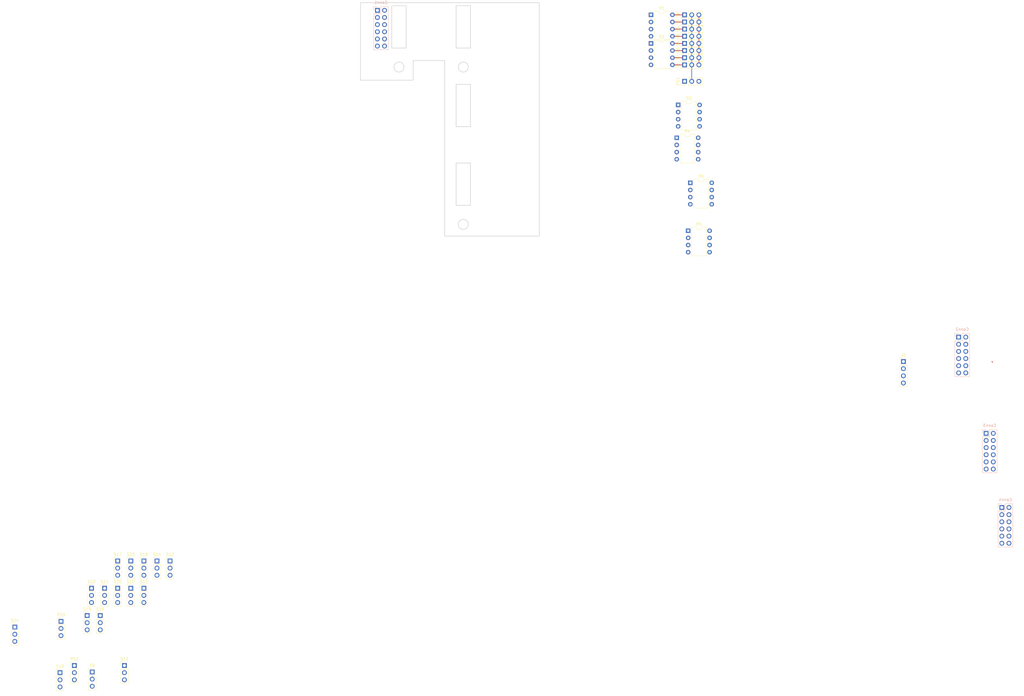
<source format=kicad_pcb>
(kicad_pcb (version 20171130) (host pcbnew 5.1.5+dfsg1-2build2)

  (general
    (thickness 1.6)
    (drawings 27)
    (tracks 32)
    (zones 0)
    (modules 38)
    (nets 70)
  )

  (page A4)
  (layers
    (0 F.Cu signal)
    (31 B.Cu signal)
    (32 B.Adhes user)
    (33 F.Adhes user)
    (34 B.Paste user)
    (35 F.Paste user)
    (36 B.SilkS user)
    (37 F.SilkS user)
    (38 B.Mask user)
    (39 F.Mask user)
    (40 Dwgs.User user)
    (41 Cmts.User user)
    (42 Eco1.User user)
    (43 Eco2.User user)
    (44 Edge.Cuts user)
    (45 Margin user)
    (46 B.CrtYd user)
    (47 F.CrtYd user)
    (48 B.Fab user)
    (49 F.Fab user)
  )

  (setup
    (last_trace_width 0.25)
    (trace_clearance 0.2)
    (zone_clearance 0.508)
    (zone_45_only no)
    (trace_min 0.2)
    (via_size 0.8)
    (via_drill 0.4)
    (via_min_size 0.4)
    (via_min_drill 0.3)
    (uvia_size 0.3)
    (uvia_drill 0.1)
    (uvias_allowed no)
    (uvia_min_size 0.2)
    (uvia_min_drill 0.1)
    (edge_width 0.05)
    (segment_width 0.2)
    (pcb_text_width 0.3)
    (pcb_text_size 1.5 1.5)
    (mod_edge_width 0.12)
    (mod_text_size 1 1)
    (mod_text_width 0.15)
    (pad_size 1.524 1.524)
    (pad_drill 0.762)
    (pad_to_mask_clearance 0.051)
    (solder_mask_min_width 0.25)
    (aux_axis_origin 0 0)
    (grid_origin 0.0254 0.0254)
    (visible_elements FFFFF7FF)
    (pcbplotparams
      (layerselection 0x010fc_ffffffff)
      (usegerberextensions false)
      (usegerberattributes false)
      (usegerberadvancedattributes false)
      (creategerberjobfile false)
      (excludeedgelayer true)
      (linewidth 0.100000)
      (plotframeref false)
      (viasonmask false)
      (mode 1)
      (useauxorigin false)
      (hpglpennumber 1)
      (hpglpenspeed 20)
      (hpglpendiameter 15.000000)
      (psnegative false)
      (psa4output false)
      (plotreference true)
      (plotvalue true)
      (plotinvisibletext false)
      (padsonsilk false)
      (subtractmaskfromsilk false)
      (outputformat 1)
      (mirror false)
      (drillshape 1)
      (scaleselection 1)
      (outputdirectory ""))
  )

  (net 0 "")
  (net 1 GND)
  (net 2 /P0)
  (net 3 /P2)
  (net 4 "Net-(R3-Pad2)")
  (net 5 "Net-(R5-Pad1)")
  (net 6 V00)
  (net 7 +5V0)
  (net 8 /P48)
  (net 9 /P50)
  (net 10 /P52)
  (net 11 /P54)
  (net 12 +5V1)
  (net 13 /P49)
  (net 14 /P51)
  (net 15 /P53)
  (net 16 /P55)
  (net 17 V48)
  (net 18 /P40)
  (net 19 /P42)
  (net 20 /P44)
  (net 21 /P46)
  (net 22 +5V3)
  (net 23 /P41)
  (net 24 /P43)
  (net 25 /P45)
  (net 26 /P47)
  (net 27 V40)
  (net 28 /P56)
  (net 29 /P58)
  (net 30 /P60)
  (net 31 /P62)
  (net 32 /P57)
  (net 33 /P59)
  (net 34 /P61)
  (net 35 /P63)
  (net 36 V56)
  (net 37 "Net-(PS1-Pad2)")
  (net 38 "Net-(PS2-Pad2)")
  (net 39 "Net-(PS3-Pad2)")
  (net 40 "Net-(Conn1-Pad10)")
  (net 41 "Net-(Conn1-Pad9)")
  (net 42 "Net-(Conn1-Pad8)")
  (net 43 "Net-(Conn1-Pad7)")
  (net 44 "Net-(Conn1-Pad6)")
  (net 45 "Net-(Conn2-Pad2)")
  (net 46 "Net-(Conn1-Pad4)")
  (net 47 "Net-(J0-Pad3)")
  (net 48 "Net-(R2-Pad8)")
  (net 49 "Net-(R2-Pad7)")
  (net 50 "Net-(R2-Pad6)")
  (net 51 "Net-(R2-Pad5)")
  (net 52 "Net-(R4-Pad5)")
  (net 53 "Net-(R3-Pad4)")
  (net 54 "Net-(R4-Pad6)")
  (net 55 "Net-(R3-Pad3)")
  (net 56 "Net-(R4-Pad7)")
  (net 57 "Net-(R4-Pad8)")
  (net 58 "Net-(R3-Pad1)")
  (net 59 "Net-(R6-Pad5)")
  (net 60 "Net-(R5-Pad4)")
  (net 61 "Net-(R6-Pad6)")
  (net 62 "Net-(R5-Pad3)")
  (net 63 "Net-(R6-Pad7)")
  (net 64 "Net-(R5-Pad2)")
  (net 65 "Net-(R6-Pad8)")
  (net 66 "Net-(R1-Pad7)")
  (net 67 "Net-(R1-Pad5)")
  (net 68 "Net-(R1-Pad8)")
  (net 69 "Net-(R1-Pad6)")

  (net_class Default "This is the default net class."
    (clearance 0.2)
    (trace_width 0.25)
    (via_dia 0.8)
    (via_drill 0.4)
    (uvia_dia 0.3)
    (uvia_drill 0.1)
    (add_net +5V0)
    (add_net +5V1)
    (add_net +5V3)
    (add_net /P0)
    (add_net /P2)
    (add_net /P40)
    (add_net /P41)
    (add_net /P42)
    (add_net /P43)
    (add_net /P44)
    (add_net /P45)
    (add_net /P46)
    (add_net /P47)
    (add_net /P48)
    (add_net /P49)
    (add_net /P50)
    (add_net /P51)
    (add_net /P52)
    (add_net /P53)
    (add_net /P54)
    (add_net /P55)
    (add_net /P56)
    (add_net /P57)
    (add_net /P58)
    (add_net /P59)
    (add_net /P60)
    (add_net /P61)
    (add_net /P62)
    (add_net /P63)
    (add_net GND)
    (add_net "Net-(Conn1-Pad10)")
    (add_net "Net-(Conn1-Pad4)")
    (add_net "Net-(Conn1-Pad6)")
    (add_net "Net-(Conn1-Pad7)")
    (add_net "Net-(Conn1-Pad8)")
    (add_net "Net-(Conn1-Pad9)")
    (add_net "Net-(Conn2-Pad2)")
    (add_net "Net-(J0-Pad3)")
    (add_net "Net-(PS1-Pad2)")
    (add_net "Net-(PS2-Pad2)")
    (add_net "Net-(PS3-Pad2)")
    (add_net "Net-(R1-Pad5)")
    (add_net "Net-(R1-Pad6)")
    (add_net "Net-(R1-Pad7)")
    (add_net "Net-(R1-Pad8)")
    (add_net "Net-(R2-Pad5)")
    (add_net "Net-(R2-Pad6)")
    (add_net "Net-(R2-Pad7)")
    (add_net "Net-(R2-Pad8)")
    (add_net "Net-(R3-Pad1)")
    (add_net "Net-(R3-Pad2)")
    (add_net "Net-(R3-Pad3)")
    (add_net "Net-(R3-Pad4)")
    (add_net "Net-(R4-Pad5)")
    (add_net "Net-(R4-Pad6)")
    (add_net "Net-(R4-Pad7)")
    (add_net "Net-(R4-Pad8)")
    (add_net "Net-(R5-Pad1)")
    (add_net "Net-(R5-Pad2)")
    (add_net "Net-(R5-Pad3)")
    (add_net "Net-(R5-Pad4)")
    (add_net "Net-(R6-Pad5)")
    (add_net "Net-(R6-Pad6)")
    (add_net "Net-(R6-Pad7)")
    (add_net "Net-(R6-Pad8)")
    (add_net V00)
    (add_net V40)
    (add_net V48)
    (add_net V56)
  )

  (module Connector_PinSocket_2.54mm:PinSocket_2x06_P2.54mm_Vertical (layer B.Cu) (tedit 5A19A42B) (tstamp 67E06B08)
    (at 357.6254 160.3254 180)
    (descr "Through hole straight socket strip, 2x06, 2.54mm pitch, double cols (from Kicad 4.0.7), script generated")
    (tags "Through hole socket strip THT 2x06 2.54mm double row")
    (path /685F200E)
    (fp_text reference Conn2 (at -1.27 2.77) (layer B.SilkS)
      (effects (font (size 1 1) (thickness 0.15)) (justify mirror))
    )
    (fp_text value PropEdgeConnect (at -1.27 -15.47) (layer B.Fab)
      (effects (font (size 1 1) (thickness 0.15)) (justify mirror))
    )
    (fp_text user %R (at -1.27 -6.35 270) (layer B.Fab)
      (effects (font (size 1 1) (thickness 0.15)) (justify mirror))
    )
    (fp_line (start -4.34 -14.45) (end -4.34 1.8) (layer B.CrtYd) (width 0.05))
    (fp_line (start 1.76 -14.45) (end -4.34 -14.45) (layer B.CrtYd) (width 0.05))
    (fp_line (start 1.76 1.8) (end 1.76 -14.45) (layer B.CrtYd) (width 0.05))
    (fp_line (start -4.34 1.8) (end 1.76 1.8) (layer B.CrtYd) (width 0.05))
    (fp_line (start 0 1.33) (end 1.33 1.33) (layer B.SilkS) (width 0.12))
    (fp_line (start 1.33 1.33) (end 1.33 0) (layer B.SilkS) (width 0.12))
    (fp_line (start -1.27 1.33) (end -1.27 -1.27) (layer B.SilkS) (width 0.12))
    (fp_line (start -1.27 -1.27) (end 1.33 -1.27) (layer B.SilkS) (width 0.12))
    (fp_line (start 1.33 -1.27) (end 1.33 -14.03) (layer B.SilkS) (width 0.12))
    (fp_line (start -3.87 -14.03) (end 1.33 -14.03) (layer B.SilkS) (width 0.12))
    (fp_line (start -3.87 1.33) (end -3.87 -14.03) (layer B.SilkS) (width 0.12))
    (fp_line (start -3.87 1.33) (end -1.27 1.33) (layer B.SilkS) (width 0.12))
    (fp_line (start -3.81 -13.97) (end -3.81 1.27) (layer B.Fab) (width 0.1))
    (fp_line (start 1.27 -13.97) (end -3.81 -13.97) (layer B.Fab) (width 0.1))
    (fp_line (start 1.27 0.27) (end 1.27 -13.97) (layer B.Fab) (width 0.1))
    (fp_line (start 0.27 1.27) (end 1.27 0.27) (layer B.Fab) (width 0.1))
    (fp_line (start -3.81 1.27) (end 0.27 1.27) (layer B.Fab) (width 0.1))
    (pad 12 thru_hole oval (at -2.54 -12.7 180) (size 1.7 1.7) (drill 1) (layers *.Cu *.Mask)
      (net 1 GND))
    (pad 11 thru_hole oval (at 0 -12.7 180) (size 1.7 1.7) (drill 1) (layers *.Cu *.Mask)
      (net 1 GND))
    (pad 10 thru_hole oval (at -2.54 -10.16 180) (size 1.7 1.7) (drill 1) (layers *.Cu *.Mask)
      (net 28 /P56))
    (pad 9 thru_hole oval (at 0 -10.16 180) (size 1.7 1.7) (drill 1) (layers *.Cu *.Mask)
      (net 32 /P57))
    (pad 8 thru_hole oval (at -2.54 -7.62 180) (size 1.7 1.7) (drill 1) (layers *.Cu *.Mask)
      (net 29 /P58))
    (pad 7 thru_hole oval (at 0 -7.62 180) (size 1.7 1.7) (drill 1) (layers *.Cu *.Mask)
      (net 33 /P59))
    (pad 6 thru_hole oval (at -2.54 -5.08 180) (size 1.7 1.7) (drill 1) (layers *.Cu *.Mask)
      (net 30 /P60))
    (pad 5 thru_hole oval (at 0 -5.08 180) (size 1.7 1.7) (drill 1) (layers *.Cu *.Mask)
      (net 34 /P61))
    (pad 4 thru_hole oval (at -2.54 -2.54 180) (size 1.7 1.7) (drill 1) (layers *.Cu *.Mask)
      (net 31 /P62))
    (pad 3 thru_hole oval (at 0 -2.54 180) (size 1.7 1.7) (drill 1) (layers *.Cu *.Mask)
      (net 35 /P63))
    (pad 2 thru_hole oval (at -2.54 0 180) (size 1.7 1.7) (drill 1) (layers *.Cu *.Mask)
      (net 45 "Net-(Conn2-Pad2)"))
    (pad 1 thru_hole rect (at 0 0 180) (size 1.7 1.7) (drill 1) (layers *.Cu *.Mask)
      (net 36 V56))
    (model ${KISYS3DMOD}/Connector_PinSocket_2.54mm.3dshapes/PinSocket_2x06_P2.54mm_Vertical.wrl
      (at (xyz 0 0 0))
      (scale (xyz 1 1 1))
      (rotate (xyz 0 0 0))
    )
  )

  (module Connector_PinHeader_2.54mm:PinHeader_1x04_P2.54mm_Vertical (layer F.Cu) (tedit 59FED5CC) (tstamp 67E06AA2)
    (at 338 169)
    (descr "Through hole straight pin header, 1x04, 2.54mm pitch, single row")
    (tags "Through hole pin header THT 1x04 2.54mm single row")
    (path /67F6CA92)
    (fp_text reference J0 (at 0 -2.33) (layer F.SilkS)
      (effects (font (size 1 1) (thickness 0.15)))
    )
    (fp_text value Prop_CommPort (at 0 9.95) (layer F.Fab)
      (effects (font (size 1 1) (thickness 0.15)))
    )
    (fp_text user %R (at 0 3.81 90) (layer F.Fab)
      (effects (font (size 1 1) (thickness 0.15)))
    )
    (fp_line (start 1.8 -1.8) (end -1.8 -1.8) (layer F.CrtYd) (width 0.05))
    (fp_line (start 1.8 9.4) (end 1.8 -1.8) (layer F.CrtYd) (width 0.05))
    (fp_line (start -1.8 9.4) (end 1.8 9.4) (layer F.CrtYd) (width 0.05))
    (fp_line (start -1.8 -1.8) (end -1.8 9.4) (layer F.CrtYd) (width 0.05))
    (fp_line (start -1.33 -1.33) (end 0 -1.33) (layer F.SilkS) (width 0.12))
    (fp_line (start -1.33 0) (end -1.33 -1.33) (layer F.SilkS) (width 0.12))
    (fp_line (start -1.33 1.27) (end 1.33 1.27) (layer F.SilkS) (width 0.12))
    (fp_line (start 1.33 1.27) (end 1.33 8.95) (layer F.SilkS) (width 0.12))
    (fp_line (start -1.33 1.27) (end -1.33 8.95) (layer F.SilkS) (width 0.12))
    (fp_line (start -1.33 8.95) (end 1.33 8.95) (layer F.SilkS) (width 0.12))
    (fp_line (start -1.27 -0.635) (end -0.635 -1.27) (layer F.Fab) (width 0.1))
    (fp_line (start -1.27 8.89) (end -1.27 -0.635) (layer F.Fab) (width 0.1))
    (fp_line (start 1.27 8.89) (end -1.27 8.89) (layer F.Fab) (width 0.1))
    (fp_line (start 1.27 -1.27) (end 1.27 8.89) (layer F.Fab) (width 0.1))
    (fp_line (start -0.635 -1.27) (end 1.27 -1.27) (layer F.Fab) (width 0.1))
    (pad 4 thru_hole oval (at 0 7.62) (size 1.7 1.7) (drill 1) (layers *.Cu *.Mask)
      (net 1 GND))
    (pad 3 thru_hole oval (at 0 5.08) (size 1.7 1.7) (drill 1) (layers *.Cu *.Mask)
      (net 47 "Net-(J0-Pad3)"))
    (pad 2 thru_hole oval (at 0 2.54) (size 1.7 1.7) (drill 1) (layers *.Cu *.Mask)
      (net 3 /P2))
    (pad 1 thru_hole rect (at 0 0) (size 1.7 1.7) (drill 1) (layers *.Cu *.Mask)
      (net 2 /P0))
    (model ${KISYS3DMOD}/Connector_PinHeader_2.54mm.3dshapes/PinHeader_1x04_P2.54mm_Vertical.wrl
      (at (xyz 0 0 0))
      (scale (xyz 1 1 1))
      (rotate (xyz 0 0 0))
    )
  )

  (module Package_DIP:DIP-8_W7.62mm (layer F.Cu) (tedit 5A02E8C5) (tstamp 67E1C569)
    (at 262.296 105.512)
    (descr "8-lead though-hole mounted DIP package, row spacing 7.62 mm (300 mils)")
    (tags "THT DIP DIL PDIP 2.54mm 7.62mm 300mil")
    (path /67EDFF2D)
    (fp_text reference R6 (at 3.81 -2.33) (layer F.SilkS)
      (effects (font (size 1 1) (thickness 0.15)))
    )
    (fp_text value R_Pack04_Split (at 3.81 9.95) (layer F.Fab)
      (effects (font (size 1 1) (thickness 0.15)))
    )
    (fp_text user %R (at 3.81 3.81) (layer F.Fab)
      (effects (font (size 1 1) (thickness 0.15)))
    )
    (fp_line (start 8.7 -1.55) (end -1.1 -1.55) (layer F.CrtYd) (width 0.05))
    (fp_line (start 8.7 9.15) (end 8.7 -1.55) (layer F.CrtYd) (width 0.05))
    (fp_line (start -1.1 9.15) (end 8.7 9.15) (layer F.CrtYd) (width 0.05))
    (fp_line (start -1.1 -1.55) (end -1.1 9.15) (layer F.CrtYd) (width 0.05))
    (fp_line (start 6.46 -1.33) (end 4.81 -1.33) (layer F.SilkS) (width 0.12))
    (fp_line (start 6.46 8.95) (end 6.46 -1.33) (layer F.SilkS) (width 0.12))
    (fp_line (start 1.16 8.95) (end 6.46 8.95) (layer F.SilkS) (width 0.12))
    (fp_line (start 1.16 -1.33) (end 1.16 8.95) (layer F.SilkS) (width 0.12))
    (fp_line (start 2.81 -1.33) (end 1.16 -1.33) (layer F.SilkS) (width 0.12))
    (fp_line (start 0.635 -0.27) (end 1.635 -1.27) (layer F.Fab) (width 0.1))
    (fp_line (start 0.635 8.89) (end 0.635 -0.27) (layer F.Fab) (width 0.1))
    (fp_line (start 6.985 8.89) (end 0.635 8.89) (layer F.Fab) (width 0.1))
    (fp_line (start 6.985 -1.27) (end 6.985 8.89) (layer F.Fab) (width 0.1))
    (fp_line (start 1.635 -1.27) (end 6.985 -1.27) (layer F.Fab) (width 0.1))
    (fp_arc (start 3.81 -1.33) (end 2.81 -1.33) (angle -180) (layer F.SilkS) (width 0.12))
    (pad 8 thru_hole oval (at 7.62 0) (size 1.6 1.6) (drill 0.8) (layers *.Cu *.Mask)
      (net 65 "Net-(R6-Pad8)"))
    (pad 4 thru_hole oval (at 0 7.62) (size 1.6 1.6) (drill 0.8) (layers *.Cu *.Mask)
      (net 18 /P40))
    (pad 7 thru_hole oval (at 7.62 2.54) (size 1.6 1.6) (drill 0.8) (layers *.Cu *.Mask)
      (net 63 "Net-(R6-Pad7)"))
    (pad 3 thru_hole oval (at 0 5.08) (size 1.6 1.6) (drill 0.8) (layers *.Cu *.Mask)
      (net 19 /P42))
    (pad 6 thru_hole oval (at 7.62 5.08) (size 1.6 1.6) (drill 0.8) (layers *.Cu *.Mask)
      (net 61 "Net-(R6-Pad6)"))
    (pad 2 thru_hole oval (at 0 2.54) (size 1.6 1.6) (drill 0.8) (layers *.Cu *.Mask)
      (net 20 /P44))
    (pad 5 thru_hole oval (at 7.62 7.62) (size 1.6 1.6) (drill 0.8) (layers *.Cu *.Mask)
      (net 59 "Net-(R6-Pad5)"))
    (pad 1 thru_hole rect (at 0 0) (size 1.6 1.6) (drill 0.8) (layers *.Cu *.Mask)
      (net 21 /P46))
    (model ${KISYS3DMOD}/Package_DIP.3dshapes/DIP-8_W7.62mm.wrl
      (at (xyz 0 0 0))
      (scale (xyz 1 1 1))
      (rotate (xyz 0 0 0))
    )
  )

  (module Package_DIP:DIP-8_W7.62mm (layer F.Cu) (tedit 5A02E8C5) (tstamp 67E1CF00)
    (at 261.534 122.53)
    (descr "8-lead though-hole mounted DIP package, row spacing 7.62 mm (300 mils)")
    (tags "THT DIP DIL PDIP 2.54mm 7.62mm 300mil")
    (path /67EDF60B)
    (fp_text reference R5 (at 3.81 -2.33) (layer F.SilkS)
      (effects (font (size 1 1) (thickness 0.15)))
    )
    (fp_text value R_Pack04_Split (at 3.81 9.95) (layer F.Fab)
      (effects (font (size 1 1) (thickness 0.15)))
    )
    (fp_text user %R (at 3.81 3.81) (layer F.Fab)
      (effects (font (size 1 1) (thickness 0.15)))
    )
    (fp_line (start 8.7 -1.55) (end -1.1 -1.55) (layer F.CrtYd) (width 0.05))
    (fp_line (start 8.7 9.15) (end 8.7 -1.55) (layer F.CrtYd) (width 0.05))
    (fp_line (start -1.1 9.15) (end 8.7 9.15) (layer F.CrtYd) (width 0.05))
    (fp_line (start -1.1 -1.55) (end -1.1 9.15) (layer F.CrtYd) (width 0.05))
    (fp_line (start 6.46 -1.33) (end 4.81 -1.33) (layer F.SilkS) (width 0.12))
    (fp_line (start 6.46 8.95) (end 6.46 -1.33) (layer F.SilkS) (width 0.12))
    (fp_line (start 1.16 8.95) (end 6.46 8.95) (layer F.SilkS) (width 0.12))
    (fp_line (start 1.16 -1.33) (end 1.16 8.95) (layer F.SilkS) (width 0.12))
    (fp_line (start 2.81 -1.33) (end 1.16 -1.33) (layer F.SilkS) (width 0.12))
    (fp_line (start 0.635 -0.27) (end 1.635 -1.27) (layer F.Fab) (width 0.1))
    (fp_line (start 0.635 8.89) (end 0.635 -0.27) (layer F.Fab) (width 0.1))
    (fp_line (start 6.985 8.89) (end 0.635 8.89) (layer F.Fab) (width 0.1))
    (fp_line (start 6.985 -1.27) (end 6.985 8.89) (layer F.Fab) (width 0.1))
    (fp_line (start 1.635 -1.27) (end 6.985 -1.27) (layer F.Fab) (width 0.1))
    (fp_arc (start 3.81 -1.33) (end 2.81 -1.33) (angle -180) (layer F.SilkS) (width 0.12))
    (pad 8 thru_hole oval (at 7.62 0) (size 1.6 1.6) (drill 0.8) (layers *.Cu *.Mask)
      (net 26 /P47))
    (pad 4 thru_hole oval (at 0 7.62) (size 1.6 1.6) (drill 0.8) (layers *.Cu *.Mask)
      (net 60 "Net-(R5-Pad4)"))
    (pad 7 thru_hole oval (at 7.62 2.54) (size 1.6 1.6) (drill 0.8) (layers *.Cu *.Mask)
      (net 25 /P45))
    (pad 3 thru_hole oval (at 0 5.08) (size 1.6 1.6) (drill 0.8) (layers *.Cu *.Mask)
      (net 62 "Net-(R5-Pad3)"))
    (pad 6 thru_hole oval (at 7.62 5.08) (size 1.6 1.6) (drill 0.8) (layers *.Cu *.Mask)
      (net 24 /P43))
    (pad 2 thru_hole oval (at 0 2.54) (size 1.6 1.6) (drill 0.8) (layers *.Cu *.Mask)
      (net 64 "Net-(R5-Pad2)"))
    (pad 5 thru_hole oval (at 7.62 7.62) (size 1.6 1.6) (drill 0.8) (layers *.Cu *.Mask)
      (net 23 /P41))
    (pad 1 thru_hole rect (at 0 0) (size 1.6 1.6) (drill 0.8) (layers *.Cu *.Mask)
      (net 5 "Net-(R5-Pad1)"))
    (model ${KISYS3DMOD}/Package_DIP.3dshapes/DIP-8_W7.62mm.wrl
      (at (xyz 0 0 0))
      (scale (xyz 1 1 1))
      (rotate (xyz 0 0 0))
    )
  )

  (module Package_DIP:DIP-8_W7.62mm (layer F.Cu) (tedit 5A02E8C5) (tstamp 67E1C531)
    (at 257.47 89.51)
    (descr "8-lead though-hole mounted DIP package, row spacing 7.62 mm (300 mils)")
    (tags "THT DIP DIL PDIP 2.54mm 7.62mm 300mil")
    (path /67ECBCAE)
    (fp_text reference R4 (at 3.81 -2.33) (layer F.SilkS)
      (effects (font (size 1 1) (thickness 0.15)))
    )
    (fp_text value R_Pack04_Split (at 3.81 9.95) (layer F.Fab)
      (effects (font (size 1 1) (thickness 0.15)))
    )
    (fp_text user %R (at 3.81 3.81) (layer F.Fab)
      (effects (font (size 1 1) (thickness 0.15)))
    )
    (fp_line (start 8.7 -1.55) (end -1.1 -1.55) (layer F.CrtYd) (width 0.05))
    (fp_line (start 8.7 9.15) (end 8.7 -1.55) (layer F.CrtYd) (width 0.05))
    (fp_line (start -1.1 9.15) (end 8.7 9.15) (layer F.CrtYd) (width 0.05))
    (fp_line (start -1.1 -1.55) (end -1.1 9.15) (layer F.CrtYd) (width 0.05))
    (fp_line (start 6.46 -1.33) (end 4.81 -1.33) (layer F.SilkS) (width 0.12))
    (fp_line (start 6.46 8.95) (end 6.46 -1.33) (layer F.SilkS) (width 0.12))
    (fp_line (start 1.16 8.95) (end 6.46 8.95) (layer F.SilkS) (width 0.12))
    (fp_line (start 1.16 -1.33) (end 1.16 8.95) (layer F.SilkS) (width 0.12))
    (fp_line (start 2.81 -1.33) (end 1.16 -1.33) (layer F.SilkS) (width 0.12))
    (fp_line (start 0.635 -0.27) (end 1.635 -1.27) (layer F.Fab) (width 0.1))
    (fp_line (start 0.635 8.89) (end 0.635 -0.27) (layer F.Fab) (width 0.1))
    (fp_line (start 6.985 8.89) (end 0.635 8.89) (layer F.Fab) (width 0.1))
    (fp_line (start 6.985 -1.27) (end 6.985 8.89) (layer F.Fab) (width 0.1))
    (fp_line (start 1.635 -1.27) (end 6.985 -1.27) (layer F.Fab) (width 0.1))
    (fp_arc (start 3.81 -1.33) (end 2.81 -1.33) (angle -180) (layer F.SilkS) (width 0.12))
    (pad 8 thru_hole oval (at 7.62 0) (size 1.6 1.6) (drill 0.8) (layers *.Cu *.Mask)
      (net 57 "Net-(R4-Pad8)"))
    (pad 4 thru_hole oval (at 0 7.62) (size 1.6 1.6) (drill 0.8) (layers *.Cu *.Mask)
      (net 8 /P48))
    (pad 7 thru_hole oval (at 7.62 2.54) (size 1.6 1.6) (drill 0.8) (layers *.Cu *.Mask)
      (net 56 "Net-(R4-Pad7)"))
    (pad 3 thru_hole oval (at 0 5.08) (size 1.6 1.6) (drill 0.8) (layers *.Cu *.Mask)
      (net 9 /P50))
    (pad 6 thru_hole oval (at 7.62 5.08) (size 1.6 1.6) (drill 0.8) (layers *.Cu *.Mask)
      (net 54 "Net-(R4-Pad6)"))
    (pad 2 thru_hole oval (at 0 2.54) (size 1.6 1.6) (drill 0.8) (layers *.Cu *.Mask)
      (net 10 /P52))
    (pad 5 thru_hole oval (at 7.62 7.62) (size 1.6 1.6) (drill 0.8) (layers *.Cu *.Mask)
      (net 52 "Net-(R4-Pad5)"))
    (pad 1 thru_hole rect (at 0 0) (size 1.6 1.6) (drill 0.8) (layers *.Cu *.Mask)
      (net 11 /P54))
    (model ${KISYS3DMOD}/Package_DIP.3dshapes/DIP-8_W7.62mm.wrl
      (at (xyz 0 0 0))
      (scale (xyz 1 1 1))
      (rotate (xyz 0 0 0))
    )
  )

  (module Package_DIP:DIP-8_W7.62mm (layer F.Cu) (tedit 5A02E8C5) (tstamp 67E1C515)
    (at 257.978 77.826)
    (descr "8-lead though-hole mounted DIP package, row spacing 7.62 mm (300 mils)")
    (tags "THT DIP DIL PDIP 2.54mm 7.62mm 300mil")
    (path /67EC40B0)
    (fp_text reference R3 (at 3.81 -2.33) (layer F.SilkS)
      (effects (font (size 1 1) (thickness 0.15)))
    )
    (fp_text value R_Pack04_Split (at 3.81 9.95) (layer F.Fab)
      (effects (font (size 1 1) (thickness 0.15)))
    )
    (fp_text user %R (at 3.81 3.81) (layer F.Fab)
      (effects (font (size 1 1) (thickness 0.15)))
    )
    (fp_line (start 8.7 -1.55) (end -1.1 -1.55) (layer F.CrtYd) (width 0.05))
    (fp_line (start 8.7 9.15) (end 8.7 -1.55) (layer F.CrtYd) (width 0.05))
    (fp_line (start -1.1 9.15) (end 8.7 9.15) (layer F.CrtYd) (width 0.05))
    (fp_line (start -1.1 -1.55) (end -1.1 9.15) (layer F.CrtYd) (width 0.05))
    (fp_line (start 6.46 -1.33) (end 4.81 -1.33) (layer F.SilkS) (width 0.12))
    (fp_line (start 6.46 8.95) (end 6.46 -1.33) (layer F.SilkS) (width 0.12))
    (fp_line (start 1.16 8.95) (end 6.46 8.95) (layer F.SilkS) (width 0.12))
    (fp_line (start 1.16 -1.33) (end 1.16 8.95) (layer F.SilkS) (width 0.12))
    (fp_line (start 2.81 -1.33) (end 1.16 -1.33) (layer F.SilkS) (width 0.12))
    (fp_line (start 0.635 -0.27) (end 1.635 -1.27) (layer F.Fab) (width 0.1))
    (fp_line (start 0.635 8.89) (end 0.635 -0.27) (layer F.Fab) (width 0.1))
    (fp_line (start 6.985 8.89) (end 0.635 8.89) (layer F.Fab) (width 0.1))
    (fp_line (start 6.985 -1.27) (end 6.985 8.89) (layer F.Fab) (width 0.1))
    (fp_line (start 1.635 -1.27) (end 6.985 -1.27) (layer F.Fab) (width 0.1))
    (fp_arc (start 3.81 -1.33) (end 2.81 -1.33) (angle -180) (layer F.SilkS) (width 0.12))
    (pad 8 thru_hole oval (at 7.62 0) (size 1.6 1.6) (drill 0.8) (layers *.Cu *.Mask)
      (net 16 /P55))
    (pad 4 thru_hole oval (at 0 7.62) (size 1.6 1.6) (drill 0.8) (layers *.Cu *.Mask)
      (net 53 "Net-(R3-Pad4)"))
    (pad 7 thru_hole oval (at 7.62 2.54) (size 1.6 1.6) (drill 0.8) (layers *.Cu *.Mask)
      (net 15 /P53))
    (pad 3 thru_hole oval (at 0 5.08) (size 1.6 1.6) (drill 0.8) (layers *.Cu *.Mask)
      (net 55 "Net-(R3-Pad3)"))
    (pad 6 thru_hole oval (at 7.62 5.08) (size 1.6 1.6) (drill 0.8) (layers *.Cu *.Mask)
      (net 14 /P51))
    (pad 2 thru_hole oval (at 0 2.54) (size 1.6 1.6) (drill 0.8) (layers *.Cu *.Mask)
      (net 4 "Net-(R3-Pad2)"))
    (pad 5 thru_hole oval (at 7.62 7.62) (size 1.6 1.6) (drill 0.8) (layers *.Cu *.Mask)
      (net 13 /P49))
    (pad 1 thru_hole rect (at 0 0) (size 1.6 1.6) (drill 0.8) (layers *.Cu *.Mask)
      (net 58 "Net-(R3-Pad1)"))
    (model ${KISYS3DMOD}/Package_DIP.3dshapes/DIP-8_W7.62mm.wrl
      (at (xyz 0 0 0))
      (scale (xyz 1 1 1))
      (rotate (xyz 0 0 0))
    )
  )

  (module Package_DIP:DIP-8_W7.62mm (layer F.Cu) (tedit 5A02E8C5) (tstamp 67E22B08)
    (at 248.326 55.982)
    (descr "8-lead though-hole mounted DIP package, row spacing 7.62 mm (300 mils)")
    (tags "THT DIP DIL PDIP 2.54mm 7.62mm 300mil")
    (path /67E36911)
    (fp_text reference R2 (at 3.81 -2.33) (layer F.SilkS)
      (effects (font (size 1 1) (thickness 0.15)))
    )
    (fp_text value 4.7k (at 3.81 9.95) (layer F.Fab)
      (effects (font (size 1 1) (thickness 0.15)))
    )
    (fp_text user %R (at 3.81 3.81) (layer F.Fab)
      (effects (font (size 1 1) (thickness 0.15)))
    )
    (fp_line (start 8.7 -1.55) (end -1.1 -1.55) (layer F.CrtYd) (width 0.05))
    (fp_line (start 8.7 9.15) (end 8.7 -1.55) (layer F.CrtYd) (width 0.05))
    (fp_line (start -1.1 9.15) (end 8.7 9.15) (layer F.CrtYd) (width 0.05))
    (fp_line (start -1.1 -1.55) (end -1.1 9.15) (layer F.CrtYd) (width 0.05))
    (fp_line (start 6.46 -1.33) (end 4.81 -1.33) (layer F.SilkS) (width 0.12))
    (fp_line (start 6.46 8.95) (end 6.46 -1.33) (layer F.SilkS) (width 0.12))
    (fp_line (start 1.16 8.95) (end 6.46 8.95) (layer F.SilkS) (width 0.12))
    (fp_line (start 1.16 -1.33) (end 1.16 8.95) (layer F.SilkS) (width 0.12))
    (fp_line (start 2.81 -1.33) (end 1.16 -1.33) (layer F.SilkS) (width 0.12))
    (fp_line (start 0.635 -0.27) (end 1.635 -1.27) (layer F.Fab) (width 0.1))
    (fp_line (start 0.635 8.89) (end 0.635 -0.27) (layer F.Fab) (width 0.1))
    (fp_line (start 6.985 8.89) (end 0.635 8.89) (layer F.Fab) (width 0.1))
    (fp_line (start 6.985 -1.27) (end 6.985 8.89) (layer F.Fab) (width 0.1))
    (fp_line (start 1.635 -1.27) (end 6.985 -1.27) (layer F.Fab) (width 0.1))
    (fp_arc (start 3.81 -1.33) (end 2.81 -1.33) (angle -180) (layer F.SilkS) (width 0.12))
    (pad 8 thru_hole oval (at 7.62 0) (size 1.6 1.6) (drill 0.8) (layers *.Cu *.Mask)
      (net 48 "Net-(R2-Pad8)"))
    (pad 4 thru_hole oval (at 0 7.62) (size 1.6 1.6) (drill 0.8) (layers *.Cu *.Mask)
      (net 28 /P56))
    (pad 7 thru_hole oval (at 7.62 2.54) (size 1.6 1.6) (drill 0.8) (layers *.Cu *.Mask)
      (net 49 "Net-(R2-Pad7)"))
    (pad 3 thru_hole oval (at 0 5.08) (size 1.6 1.6) (drill 0.8) (layers *.Cu *.Mask)
      (net 32 /P57))
    (pad 6 thru_hole oval (at 7.62 5.08) (size 1.6 1.6) (drill 0.8) (layers *.Cu *.Mask)
      (net 50 "Net-(R2-Pad6)"))
    (pad 2 thru_hole oval (at 0 2.54) (size 1.6 1.6) (drill 0.8) (layers *.Cu *.Mask)
      (net 29 /P58))
    (pad 5 thru_hole oval (at 7.62 7.62) (size 1.6 1.6) (drill 0.8) (layers *.Cu *.Mask)
      (net 51 "Net-(R2-Pad5)"))
    (pad 1 thru_hole rect (at 0 0) (size 1.6 1.6) (drill 0.8) (layers *.Cu *.Mask)
      (net 33 /P59))
    (model ${KISYS3DMOD}/Package_DIP.3dshapes/DIP-8_W7.62mm.wrl
      (at (xyz 0 0 0))
      (scale (xyz 1 1 1))
      (rotate (xyz 0 0 0))
    )
  )

  (module Package_DIP:DIP-8_W7.62mm (layer F.Cu) (tedit 5A02E8C5) (tstamp 67E2292B)
    (at 248.326 45.822)
    (descr "8-lead though-hole mounted DIP package, row spacing 7.62 mm (300 mils)")
    (tags "THT DIP DIL PDIP 2.54mm 7.62mm 300mil")
    (path /67E225E5)
    (fp_text reference R1 (at 3.81 -2.33) (layer F.SilkS)
      (effects (font (size 1 1) (thickness 0.15)))
    )
    (fp_text value 4.7k (at 3.81 9.95) (layer F.Fab)
      (effects (font (size 1 1) (thickness 0.15)))
    )
    (fp_text user %R (at 3.81 3.81) (layer F.Fab)
      (effects (font (size 1 1) (thickness 0.15)))
    )
    (fp_line (start 8.7 -1.55) (end -1.1 -1.55) (layer F.CrtYd) (width 0.05))
    (fp_line (start 8.7 9.15) (end 8.7 -1.55) (layer F.CrtYd) (width 0.05))
    (fp_line (start -1.1 9.15) (end 8.7 9.15) (layer F.CrtYd) (width 0.05))
    (fp_line (start -1.1 -1.55) (end -1.1 9.15) (layer F.CrtYd) (width 0.05))
    (fp_line (start 6.46 -1.33) (end 4.81 -1.33) (layer F.SilkS) (width 0.12))
    (fp_line (start 6.46 8.95) (end 6.46 -1.33) (layer F.SilkS) (width 0.12))
    (fp_line (start 1.16 8.95) (end 6.46 8.95) (layer F.SilkS) (width 0.12))
    (fp_line (start 1.16 -1.33) (end 1.16 8.95) (layer F.SilkS) (width 0.12))
    (fp_line (start 2.81 -1.33) (end 1.16 -1.33) (layer F.SilkS) (width 0.12))
    (fp_line (start 0.635 -0.27) (end 1.635 -1.27) (layer F.Fab) (width 0.1))
    (fp_line (start 0.635 8.89) (end 0.635 -0.27) (layer F.Fab) (width 0.1))
    (fp_line (start 6.985 8.89) (end 0.635 8.89) (layer F.Fab) (width 0.1))
    (fp_line (start 6.985 -1.27) (end 6.985 8.89) (layer F.Fab) (width 0.1))
    (fp_line (start 1.635 -1.27) (end 6.985 -1.27) (layer F.Fab) (width 0.1))
    (fp_arc (start 3.81 -1.33) (end 2.81 -1.33) (angle -180) (layer F.SilkS) (width 0.12))
    (pad 8 thru_hole oval (at 7.62 0) (size 1.6 1.6) (drill 0.8) (layers *.Cu *.Mask)
      (net 68 "Net-(R1-Pad8)"))
    (pad 4 thru_hole oval (at 0 7.62) (size 1.6 1.6) (drill 0.8) (layers *.Cu *.Mask)
      (net 30 /P60))
    (pad 7 thru_hole oval (at 7.62 2.54) (size 1.6 1.6) (drill 0.8) (layers *.Cu *.Mask)
      (net 66 "Net-(R1-Pad7)"))
    (pad 3 thru_hole oval (at 0 5.08) (size 1.6 1.6) (drill 0.8) (layers *.Cu *.Mask)
      (net 34 /P61))
    (pad 6 thru_hole oval (at 7.62 5.08) (size 1.6 1.6) (drill 0.8) (layers *.Cu *.Mask)
      (net 69 "Net-(R1-Pad6)"))
    (pad 2 thru_hole oval (at 0 2.54) (size 1.6 1.6) (drill 0.8) (layers *.Cu *.Mask)
      (net 31 /P62))
    (pad 5 thru_hole oval (at 7.62 7.62) (size 1.6 1.6) (drill 0.8) (layers *.Cu *.Mask)
      (net 67 "Net-(R1-Pad5)"))
    (pad 1 thru_hole rect (at 0 0) (size 1.6 1.6) (drill 0.8) (layers *.Cu *.Mask)
      (net 35 /P63))
    (model ${KISYS3DMOD}/Package_DIP.3dshapes/DIP-8_W7.62mm.wrl
      (at (xyz 0 0 0))
      (scale (xyz 1 1 1))
      (rotate (xyz 0 0 0))
    )
  )

  (module Connector_PinHeader_2.54mm:PinHeader_1x03_P2.54mm_Vertical (layer F.Cu) (tedit 59FED5CC) (tstamp 67E1C791)
    (at 22.314 263.35)
    (descr "Through hole straight pin header, 1x03, 2.54mm pitch, single row")
    (tags "Through hole pin header THT 1x03 2.54mm single row")
    (path /6821D226)
    (fp_text reference S24 (at 0 -2.33) (layer F.SilkS)
      (effects (font (size 1 1) (thickness 0.15)))
    )
    (fp_text value SonarConnect (at 0 7.41) (layer F.Fab)
      (effects (font (size 1 1) (thickness 0.15)))
    )
    (fp_text user %R (at 0 2.54 90) (layer F.Fab)
      (effects (font (size 1 1) (thickness 0.15)))
    )
    (fp_line (start 1.8 -1.8) (end -1.8 -1.8) (layer F.CrtYd) (width 0.05))
    (fp_line (start 1.8 6.85) (end 1.8 -1.8) (layer F.CrtYd) (width 0.05))
    (fp_line (start -1.8 6.85) (end 1.8 6.85) (layer F.CrtYd) (width 0.05))
    (fp_line (start -1.8 -1.8) (end -1.8 6.85) (layer F.CrtYd) (width 0.05))
    (fp_line (start -1.33 -1.33) (end 0 -1.33) (layer F.SilkS) (width 0.12))
    (fp_line (start -1.33 0) (end -1.33 -1.33) (layer F.SilkS) (width 0.12))
    (fp_line (start -1.33 1.27) (end 1.33 1.27) (layer F.SilkS) (width 0.12))
    (fp_line (start 1.33 1.27) (end 1.33 6.41) (layer F.SilkS) (width 0.12))
    (fp_line (start -1.33 1.27) (end -1.33 6.41) (layer F.SilkS) (width 0.12))
    (fp_line (start -1.33 6.41) (end 1.33 6.41) (layer F.SilkS) (width 0.12))
    (fp_line (start -1.27 -0.635) (end -0.635 -1.27) (layer F.Fab) (width 0.1))
    (fp_line (start -1.27 6.35) (end -1.27 -0.635) (layer F.Fab) (width 0.1))
    (fp_line (start 1.27 6.35) (end -1.27 6.35) (layer F.Fab) (width 0.1))
    (fp_line (start 1.27 -1.27) (end 1.27 6.35) (layer F.Fab) (width 0.1))
    (fp_line (start -0.635 -1.27) (end 1.27 -1.27) (layer F.Fab) (width 0.1))
    (pad 3 thru_hole oval (at 0 5.08) (size 1.7 1.7) (drill 1) (layers *.Cu *.Mask)
      (net 1 GND))
    (pad 2 thru_hole oval (at 0 2.54) (size 1.7 1.7) (drill 1) (layers *.Cu *.Mask)
      (net 39 "Net-(PS3-Pad2)"))
    (pad 1 thru_hole rect (at 0 0) (size 1.7 1.7) (drill 1) (layers *.Cu *.Mask)
      (net 5 "Net-(R5-Pad1)"))
    (model ${KISYS3DMOD}/Connector_PinHeader_2.54mm.3dshapes/PinHeader_1x03_P2.54mm_Vertical.wrl
      (at (xyz 0 0 0))
      (scale (xyz 1 1 1))
      (rotate (xyz 0 0 0))
    )
  )

  (module Connector_PinHeader_2.54mm:PinHeader_1x03_P2.54mm_Vertical (layer F.Cu) (tedit 59FED5CC) (tstamp 67E1C77A)
    (at 63.514 239.85)
    (descr "Through hole straight pin header, 1x03, 2.54mm pitch, single row")
    (tags "Through hole pin header THT 1x03 2.54mm single row")
    (path /6821D2E7)
    (fp_text reference S23 (at 0 -2.33) (layer F.SilkS)
      (effects (font (size 1 1) (thickness 0.15)))
    )
    (fp_text value SonarConnect (at 0 7.41) (layer F.Fab)
      (effects (font (size 1 1) (thickness 0.15)))
    )
    (fp_text user %R (at 0 2.54 90) (layer F.Fab)
      (effects (font (size 1 1) (thickness 0.15)))
    )
    (fp_line (start 1.8 -1.8) (end -1.8 -1.8) (layer F.CrtYd) (width 0.05))
    (fp_line (start 1.8 6.85) (end 1.8 -1.8) (layer F.CrtYd) (width 0.05))
    (fp_line (start -1.8 6.85) (end 1.8 6.85) (layer F.CrtYd) (width 0.05))
    (fp_line (start -1.8 -1.8) (end -1.8 6.85) (layer F.CrtYd) (width 0.05))
    (fp_line (start -1.33 -1.33) (end 0 -1.33) (layer F.SilkS) (width 0.12))
    (fp_line (start -1.33 0) (end -1.33 -1.33) (layer F.SilkS) (width 0.12))
    (fp_line (start -1.33 1.27) (end 1.33 1.27) (layer F.SilkS) (width 0.12))
    (fp_line (start 1.33 1.27) (end 1.33 6.41) (layer F.SilkS) (width 0.12))
    (fp_line (start -1.33 1.27) (end -1.33 6.41) (layer F.SilkS) (width 0.12))
    (fp_line (start -1.33 6.41) (end 1.33 6.41) (layer F.SilkS) (width 0.12))
    (fp_line (start -1.27 -0.635) (end -0.635 -1.27) (layer F.Fab) (width 0.1))
    (fp_line (start -1.27 6.35) (end -1.27 -0.635) (layer F.Fab) (width 0.1))
    (fp_line (start 1.27 6.35) (end -1.27 6.35) (layer F.Fab) (width 0.1))
    (fp_line (start 1.27 -1.27) (end 1.27 6.35) (layer F.Fab) (width 0.1))
    (fp_line (start -0.635 -1.27) (end 1.27 -1.27) (layer F.Fab) (width 0.1))
    (pad 3 thru_hole oval (at 0 5.08) (size 1.7 1.7) (drill 1) (layers *.Cu *.Mask)
      (net 1 GND))
    (pad 2 thru_hole oval (at 0 2.54) (size 1.7 1.7) (drill 1) (layers *.Cu *.Mask)
      (net 39 "Net-(PS3-Pad2)"))
    (pad 1 thru_hole rect (at 0 0) (size 1.7 1.7) (drill 1) (layers *.Cu *.Mask)
      (net 65 "Net-(R6-Pad8)"))
    (model ${KISYS3DMOD}/Connector_PinHeader_2.54mm.3dshapes/PinHeader_1x03_P2.54mm_Vertical.wrl
      (at (xyz 0 0 0))
      (scale (xyz 1 1 1))
      (rotate (xyz 0 0 0))
    )
  )

  (module Connector_PinHeader_2.54mm:PinHeader_1x03_P2.54mm_Vertical (layer F.Cu) (tedit 59FED5CC) (tstamp 67E1C763)
    (at 49.564 249.55)
    (descr "Through hole straight pin header, 1x03, 2.54mm pitch, single row")
    (tags "Through hole pin header THT 1x03 2.54mm single row")
    (path /6821D24F)
    (fp_text reference S22 (at 0 -2.33) (layer F.SilkS)
      (effects (font (size 1 1) (thickness 0.15)))
    )
    (fp_text value SonarConnect (at 0 7.41) (layer F.Fab)
      (effects (font (size 1 1) (thickness 0.15)))
    )
    (fp_text user %R (at 0 2.54 90) (layer F.Fab)
      (effects (font (size 1 1) (thickness 0.15)))
    )
    (fp_line (start 1.8 -1.8) (end -1.8 -1.8) (layer F.CrtYd) (width 0.05))
    (fp_line (start 1.8 6.85) (end 1.8 -1.8) (layer F.CrtYd) (width 0.05))
    (fp_line (start -1.8 6.85) (end 1.8 6.85) (layer F.CrtYd) (width 0.05))
    (fp_line (start -1.8 -1.8) (end -1.8 6.85) (layer F.CrtYd) (width 0.05))
    (fp_line (start -1.33 -1.33) (end 0 -1.33) (layer F.SilkS) (width 0.12))
    (fp_line (start -1.33 0) (end -1.33 -1.33) (layer F.SilkS) (width 0.12))
    (fp_line (start -1.33 1.27) (end 1.33 1.27) (layer F.SilkS) (width 0.12))
    (fp_line (start 1.33 1.27) (end 1.33 6.41) (layer F.SilkS) (width 0.12))
    (fp_line (start -1.33 1.27) (end -1.33 6.41) (layer F.SilkS) (width 0.12))
    (fp_line (start -1.33 6.41) (end 1.33 6.41) (layer F.SilkS) (width 0.12))
    (fp_line (start -1.27 -0.635) (end -0.635 -1.27) (layer F.Fab) (width 0.1))
    (fp_line (start -1.27 6.35) (end -1.27 -0.635) (layer F.Fab) (width 0.1))
    (fp_line (start 1.27 6.35) (end -1.27 6.35) (layer F.Fab) (width 0.1))
    (fp_line (start 1.27 -1.27) (end 1.27 6.35) (layer F.Fab) (width 0.1))
    (fp_line (start -0.635 -1.27) (end 1.27 -1.27) (layer F.Fab) (width 0.1))
    (pad 3 thru_hole oval (at 0 5.08) (size 1.7 1.7) (drill 1) (layers *.Cu *.Mask)
      (net 1 GND))
    (pad 2 thru_hole oval (at 0 2.54) (size 1.7 1.7) (drill 1) (layers *.Cu *.Mask)
      (net 39 "Net-(PS3-Pad2)"))
    (pad 1 thru_hole rect (at 0 0) (size 1.7 1.7) (drill 1) (layers *.Cu *.Mask)
      (net 64 "Net-(R5-Pad2)"))
    (model ${KISYS3DMOD}/Connector_PinHeader_2.54mm.3dshapes/PinHeader_1x03_P2.54mm_Vertical.wrl
      (at (xyz 0 0 0))
      (scale (xyz 1 1 1))
      (rotate (xyz 0 0 0))
    )
  )

  (module Connector_PinHeader_2.54mm:PinHeader_1x03_P2.54mm_Vertical (layer F.Cu) (tedit 59FED5CC) (tstamp 67E1C74C)
    (at 54.214 249.55)
    (descr "Through hole straight pin header, 1x03, 2.54mm pitch, single row")
    (tags "Through hole pin header THT 1x03 2.54mm single row")
    (path /6821D2F1)
    (fp_text reference S21 (at 0 -2.33) (layer F.SilkS)
      (effects (font (size 1 1) (thickness 0.15)))
    )
    (fp_text value SonarConnect (at 0 7.41) (layer F.Fab)
      (effects (font (size 1 1) (thickness 0.15)))
    )
    (fp_text user %R (at 0 2.54 90) (layer F.Fab)
      (effects (font (size 1 1) (thickness 0.15)))
    )
    (fp_line (start 1.8 -1.8) (end -1.8 -1.8) (layer F.CrtYd) (width 0.05))
    (fp_line (start 1.8 6.85) (end 1.8 -1.8) (layer F.CrtYd) (width 0.05))
    (fp_line (start -1.8 6.85) (end 1.8 6.85) (layer F.CrtYd) (width 0.05))
    (fp_line (start -1.8 -1.8) (end -1.8 6.85) (layer F.CrtYd) (width 0.05))
    (fp_line (start -1.33 -1.33) (end 0 -1.33) (layer F.SilkS) (width 0.12))
    (fp_line (start -1.33 0) (end -1.33 -1.33) (layer F.SilkS) (width 0.12))
    (fp_line (start -1.33 1.27) (end 1.33 1.27) (layer F.SilkS) (width 0.12))
    (fp_line (start 1.33 1.27) (end 1.33 6.41) (layer F.SilkS) (width 0.12))
    (fp_line (start -1.33 1.27) (end -1.33 6.41) (layer F.SilkS) (width 0.12))
    (fp_line (start -1.33 6.41) (end 1.33 6.41) (layer F.SilkS) (width 0.12))
    (fp_line (start -1.27 -0.635) (end -0.635 -1.27) (layer F.Fab) (width 0.1))
    (fp_line (start -1.27 6.35) (end -1.27 -0.635) (layer F.Fab) (width 0.1))
    (fp_line (start 1.27 6.35) (end -1.27 6.35) (layer F.Fab) (width 0.1))
    (fp_line (start 1.27 -1.27) (end 1.27 6.35) (layer F.Fab) (width 0.1))
    (fp_line (start -0.635 -1.27) (end 1.27 -1.27) (layer F.Fab) (width 0.1))
    (pad 3 thru_hole oval (at 0 5.08) (size 1.7 1.7) (drill 1) (layers *.Cu *.Mask)
      (net 1 GND))
    (pad 2 thru_hole oval (at 0 2.54) (size 1.7 1.7) (drill 1) (layers *.Cu *.Mask)
      (net 39 "Net-(PS3-Pad2)"))
    (pad 1 thru_hole rect (at 0 0) (size 1.7 1.7) (drill 1) (layers *.Cu *.Mask)
      (net 63 "Net-(R6-Pad7)"))
    (model ${KISYS3DMOD}/Connector_PinHeader_2.54mm.3dshapes/PinHeader_1x03_P2.54mm_Vertical.wrl
      (at (xyz 0 0 0))
      (scale (xyz 1 1 1))
      (rotate (xyz 0 0 0))
    )
  )

  (module Connector_PinHeader_2.54mm:PinHeader_1x03_P2.54mm_Vertical (layer F.Cu) (tedit 59FED5CC) (tstamp 67E1C735)
    (at 58.864 249.55)
    (descr "Through hole straight pin header, 1x03, 2.54mm pitch, single row")
    (tags "Through hole pin header THT 1x03 2.54mm single row")
    (path /6821D275)
    (fp_text reference S20 (at 0 -2.33) (layer F.SilkS)
      (effects (font (size 1 1) (thickness 0.15)))
    )
    (fp_text value SonarConnect (at 0 7.41) (layer F.Fab)
      (effects (font (size 1 1) (thickness 0.15)))
    )
    (fp_text user %R (at 0 2.54 90) (layer F.Fab)
      (effects (font (size 1 1) (thickness 0.15)))
    )
    (fp_line (start 1.8 -1.8) (end -1.8 -1.8) (layer F.CrtYd) (width 0.05))
    (fp_line (start 1.8 6.85) (end 1.8 -1.8) (layer F.CrtYd) (width 0.05))
    (fp_line (start -1.8 6.85) (end 1.8 6.85) (layer F.CrtYd) (width 0.05))
    (fp_line (start -1.8 -1.8) (end -1.8 6.85) (layer F.CrtYd) (width 0.05))
    (fp_line (start -1.33 -1.33) (end 0 -1.33) (layer F.SilkS) (width 0.12))
    (fp_line (start -1.33 0) (end -1.33 -1.33) (layer F.SilkS) (width 0.12))
    (fp_line (start -1.33 1.27) (end 1.33 1.27) (layer F.SilkS) (width 0.12))
    (fp_line (start 1.33 1.27) (end 1.33 6.41) (layer F.SilkS) (width 0.12))
    (fp_line (start -1.33 1.27) (end -1.33 6.41) (layer F.SilkS) (width 0.12))
    (fp_line (start -1.33 6.41) (end 1.33 6.41) (layer F.SilkS) (width 0.12))
    (fp_line (start -1.27 -0.635) (end -0.635 -1.27) (layer F.Fab) (width 0.1))
    (fp_line (start -1.27 6.35) (end -1.27 -0.635) (layer F.Fab) (width 0.1))
    (fp_line (start 1.27 6.35) (end -1.27 6.35) (layer F.Fab) (width 0.1))
    (fp_line (start 1.27 -1.27) (end 1.27 6.35) (layer F.Fab) (width 0.1))
    (fp_line (start -0.635 -1.27) (end 1.27 -1.27) (layer F.Fab) (width 0.1))
    (pad 3 thru_hole oval (at 0 5.08) (size 1.7 1.7) (drill 1) (layers *.Cu *.Mask)
      (net 1 GND))
    (pad 2 thru_hole oval (at 0 2.54) (size 1.7 1.7) (drill 1) (layers *.Cu *.Mask)
      (net 39 "Net-(PS3-Pad2)"))
    (pad 1 thru_hole rect (at 0 0) (size 1.7 1.7) (drill 1) (layers *.Cu *.Mask)
      (net 62 "Net-(R5-Pad3)"))
    (model ${KISYS3DMOD}/Connector_PinHeader_2.54mm.3dshapes/PinHeader_1x03_P2.54mm_Vertical.wrl
      (at (xyz 0 0 0))
      (scale (xyz 1 1 1))
      (rotate (xyz 0 0 0))
    )
  )

  (module Connector_PinHeader_2.54mm:PinHeader_1x03_P2.54mm_Vertical (layer F.Cu) (tedit 59FED5CC) (tstamp 67E1C71E)
    (at 48.014 259.25)
    (descr "Through hole straight pin header, 1x03, 2.54mm pitch, single row")
    (tags "Through hole pin header THT 1x03 2.54mm single row")
    (path /6821D2FB)
    (fp_text reference S19 (at 0 -2.33) (layer F.SilkS)
      (effects (font (size 1 1) (thickness 0.15)))
    )
    (fp_text value SonarConnect (at 0 7.41) (layer F.Fab)
      (effects (font (size 1 1) (thickness 0.15)))
    )
    (fp_text user %R (at 0 2.54 90) (layer F.Fab)
      (effects (font (size 1 1) (thickness 0.15)))
    )
    (fp_line (start 1.8 -1.8) (end -1.8 -1.8) (layer F.CrtYd) (width 0.05))
    (fp_line (start 1.8 6.85) (end 1.8 -1.8) (layer F.CrtYd) (width 0.05))
    (fp_line (start -1.8 6.85) (end 1.8 6.85) (layer F.CrtYd) (width 0.05))
    (fp_line (start -1.8 -1.8) (end -1.8 6.85) (layer F.CrtYd) (width 0.05))
    (fp_line (start -1.33 -1.33) (end 0 -1.33) (layer F.SilkS) (width 0.12))
    (fp_line (start -1.33 0) (end -1.33 -1.33) (layer F.SilkS) (width 0.12))
    (fp_line (start -1.33 1.27) (end 1.33 1.27) (layer F.SilkS) (width 0.12))
    (fp_line (start 1.33 1.27) (end 1.33 6.41) (layer F.SilkS) (width 0.12))
    (fp_line (start -1.33 1.27) (end -1.33 6.41) (layer F.SilkS) (width 0.12))
    (fp_line (start -1.33 6.41) (end 1.33 6.41) (layer F.SilkS) (width 0.12))
    (fp_line (start -1.27 -0.635) (end -0.635 -1.27) (layer F.Fab) (width 0.1))
    (fp_line (start -1.27 6.35) (end -1.27 -0.635) (layer F.Fab) (width 0.1))
    (fp_line (start 1.27 6.35) (end -1.27 6.35) (layer F.Fab) (width 0.1))
    (fp_line (start 1.27 -1.27) (end 1.27 6.35) (layer F.Fab) (width 0.1))
    (fp_line (start -0.635 -1.27) (end 1.27 -1.27) (layer F.Fab) (width 0.1))
    (pad 3 thru_hole oval (at 0 5.08) (size 1.7 1.7) (drill 1) (layers *.Cu *.Mask)
      (net 1 GND))
    (pad 2 thru_hole oval (at 0 2.54) (size 1.7 1.7) (drill 1) (layers *.Cu *.Mask)
      (net 39 "Net-(PS3-Pad2)"))
    (pad 1 thru_hole rect (at 0 0) (size 1.7 1.7) (drill 1) (layers *.Cu *.Mask)
      (net 61 "Net-(R6-Pad6)"))
    (model ${KISYS3DMOD}/Connector_PinHeader_2.54mm.3dshapes/PinHeader_1x03_P2.54mm_Vertical.wrl
      (at (xyz 0 0 0))
      (scale (xyz 1 1 1))
      (rotate (xyz 0 0 0))
    )
  )

  (module Connector_PinHeader_2.54mm:PinHeader_1x03_P2.54mm_Vertical (layer F.Cu) (tedit 59FED5CC) (tstamp 67E1C707)
    (at 68.164 239.85)
    (descr "Through hole straight pin header, 1x03, 2.54mm pitch, single row")
    (tags "Through hole pin header THT 1x03 2.54mm single row")
    (path /6821D29B)
    (fp_text reference S18 (at 0 -2.33) (layer F.SilkS)
      (effects (font (size 1 1) (thickness 0.15)))
    )
    (fp_text value SonarConnect (at 0 7.41) (layer F.Fab)
      (effects (font (size 1 1) (thickness 0.15)))
    )
    (fp_text user %R (at 0 2.54 90) (layer F.Fab)
      (effects (font (size 1 1) (thickness 0.15)))
    )
    (fp_line (start 1.8 -1.8) (end -1.8 -1.8) (layer F.CrtYd) (width 0.05))
    (fp_line (start 1.8 6.85) (end 1.8 -1.8) (layer F.CrtYd) (width 0.05))
    (fp_line (start -1.8 6.85) (end 1.8 6.85) (layer F.CrtYd) (width 0.05))
    (fp_line (start -1.8 -1.8) (end -1.8 6.85) (layer F.CrtYd) (width 0.05))
    (fp_line (start -1.33 -1.33) (end 0 -1.33) (layer F.SilkS) (width 0.12))
    (fp_line (start -1.33 0) (end -1.33 -1.33) (layer F.SilkS) (width 0.12))
    (fp_line (start -1.33 1.27) (end 1.33 1.27) (layer F.SilkS) (width 0.12))
    (fp_line (start 1.33 1.27) (end 1.33 6.41) (layer F.SilkS) (width 0.12))
    (fp_line (start -1.33 1.27) (end -1.33 6.41) (layer F.SilkS) (width 0.12))
    (fp_line (start -1.33 6.41) (end 1.33 6.41) (layer F.SilkS) (width 0.12))
    (fp_line (start -1.27 -0.635) (end -0.635 -1.27) (layer F.Fab) (width 0.1))
    (fp_line (start -1.27 6.35) (end -1.27 -0.635) (layer F.Fab) (width 0.1))
    (fp_line (start 1.27 6.35) (end -1.27 6.35) (layer F.Fab) (width 0.1))
    (fp_line (start 1.27 -1.27) (end 1.27 6.35) (layer F.Fab) (width 0.1))
    (fp_line (start -0.635 -1.27) (end 1.27 -1.27) (layer F.Fab) (width 0.1))
    (pad 3 thru_hole oval (at 0 5.08) (size 1.7 1.7) (drill 1) (layers *.Cu *.Mask)
      (net 1 GND))
    (pad 2 thru_hole oval (at 0 2.54) (size 1.7 1.7) (drill 1) (layers *.Cu *.Mask)
      (net 39 "Net-(PS3-Pad2)"))
    (pad 1 thru_hole rect (at 0 0) (size 1.7 1.7) (drill 1) (layers *.Cu *.Mask)
      (net 60 "Net-(R5-Pad4)"))
    (model ${KISYS3DMOD}/Connector_PinHeader_2.54mm.3dshapes/PinHeader_1x03_P2.54mm_Vertical.wrl
      (at (xyz 0 0 0))
      (scale (xyz 1 1 1))
      (rotate (xyz 0 0 0))
    )
  )

  (module Connector_PinHeader_2.54mm:PinHeader_1x03_P2.54mm_Vertical (layer F.Cu) (tedit 59FED5CC) (tstamp 67E1C6F0)
    (at 58.864 239.85)
    (descr "Through hole straight pin header, 1x03, 2.54mm pitch, single row")
    (tags "Through hole pin header THT 1x03 2.54mm single row")
    (path /6821D3A1)
    (fp_text reference S17 (at 0 -2.33) (layer F.SilkS)
      (effects (font (size 1 1) (thickness 0.15)))
    )
    (fp_text value SonarConnect (at 0 7.41) (layer F.Fab)
      (effects (font (size 1 1) (thickness 0.15)))
    )
    (fp_text user %R (at 0 2.54 90) (layer F.Fab)
      (effects (font (size 1 1) (thickness 0.15)))
    )
    (fp_line (start 1.8 -1.8) (end -1.8 -1.8) (layer F.CrtYd) (width 0.05))
    (fp_line (start 1.8 6.85) (end 1.8 -1.8) (layer F.CrtYd) (width 0.05))
    (fp_line (start -1.8 6.85) (end 1.8 6.85) (layer F.CrtYd) (width 0.05))
    (fp_line (start -1.8 -1.8) (end -1.8 6.85) (layer F.CrtYd) (width 0.05))
    (fp_line (start -1.33 -1.33) (end 0 -1.33) (layer F.SilkS) (width 0.12))
    (fp_line (start -1.33 0) (end -1.33 -1.33) (layer F.SilkS) (width 0.12))
    (fp_line (start -1.33 1.27) (end 1.33 1.27) (layer F.SilkS) (width 0.12))
    (fp_line (start 1.33 1.27) (end 1.33 6.41) (layer F.SilkS) (width 0.12))
    (fp_line (start -1.33 1.27) (end -1.33 6.41) (layer F.SilkS) (width 0.12))
    (fp_line (start -1.33 6.41) (end 1.33 6.41) (layer F.SilkS) (width 0.12))
    (fp_line (start -1.27 -0.635) (end -0.635 -1.27) (layer F.Fab) (width 0.1))
    (fp_line (start -1.27 6.35) (end -1.27 -0.635) (layer F.Fab) (width 0.1))
    (fp_line (start 1.27 6.35) (end -1.27 6.35) (layer F.Fab) (width 0.1))
    (fp_line (start 1.27 -1.27) (end 1.27 6.35) (layer F.Fab) (width 0.1))
    (fp_line (start -0.635 -1.27) (end 1.27 -1.27) (layer F.Fab) (width 0.1))
    (pad 3 thru_hole oval (at 0 5.08) (size 1.7 1.7) (drill 1) (layers *.Cu *.Mask)
      (net 1 GND))
    (pad 2 thru_hole oval (at 0 2.54) (size 1.7 1.7) (drill 1) (layers *.Cu *.Mask)
      (net 39 "Net-(PS3-Pad2)"))
    (pad 1 thru_hole rect (at 0 0) (size 1.7 1.7) (drill 1) (layers *.Cu *.Mask)
      (net 59 "Net-(R6-Pad5)"))
    (model ${KISYS3DMOD}/Connector_PinHeader_2.54mm.3dshapes/PinHeader_1x03_P2.54mm_Vertical.wrl
      (at (xyz 0 0 0))
      (scale (xyz 1 1 1))
      (rotate (xyz 0 0 0))
    )
  )

  (module Connector_PinHeader_2.54mm:PinHeader_1x03_P2.54mm_Vertical (layer F.Cu) (tedit 59FED5CC) (tstamp 67E1C6D9)
    (at 52.664 259.25)
    (descr "Through hole straight pin header, 1x03, 2.54mm pitch, single row")
    (tags "Through hole pin header THT 1x03 2.54mm single row")
    (path /681C25F3)
    (fp_text reference S16 (at 0 -2.33) (layer F.SilkS)
      (effects (font (size 1 1) (thickness 0.15)))
    )
    (fp_text value SonarConnect (at 0 7.41) (layer F.Fab)
      (effects (font (size 1 1) (thickness 0.15)))
    )
    (fp_text user %R (at 0 2.54 90) (layer F.Fab)
      (effects (font (size 1 1) (thickness 0.15)))
    )
    (fp_line (start 1.8 -1.8) (end -1.8 -1.8) (layer F.CrtYd) (width 0.05))
    (fp_line (start 1.8 6.85) (end 1.8 -1.8) (layer F.CrtYd) (width 0.05))
    (fp_line (start -1.8 6.85) (end 1.8 6.85) (layer F.CrtYd) (width 0.05))
    (fp_line (start -1.8 -1.8) (end -1.8 6.85) (layer F.CrtYd) (width 0.05))
    (fp_line (start -1.33 -1.33) (end 0 -1.33) (layer F.SilkS) (width 0.12))
    (fp_line (start -1.33 0) (end -1.33 -1.33) (layer F.SilkS) (width 0.12))
    (fp_line (start -1.33 1.27) (end 1.33 1.27) (layer F.SilkS) (width 0.12))
    (fp_line (start 1.33 1.27) (end 1.33 6.41) (layer F.SilkS) (width 0.12))
    (fp_line (start -1.33 1.27) (end -1.33 6.41) (layer F.SilkS) (width 0.12))
    (fp_line (start -1.33 6.41) (end 1.33 6.41) (layer F.SilkS) (width 0.12))
    (fp_line (start -1.27 -0.635) (end -0.635 -1.27) (layer F.Fab) (width 0.1))
    (fp_line (start -1.27 6.35) (end -1.27 -0.635) (layer F.Fab) (width 0.1))
    (fp_line (start 1.27 6.35) (end -1.27 6.35) (layer F.Fab) (width 0.1))
    (fp_line (start 1.27 -1.27) (end 1.27 6.35) (layer F.Fab) (width 0.1))
    (fp_line (start -0.635 -1.27) (end 1.27 -1.27) (layer F.Fab) (width 0.1))
    (pad 3 thru_hole oval (at 0 5.08) (size 1.7 1.7) (drill 1) (layers *.Cu *.Mask)
      (net 1 GND))
    (pad 2 thru_hole oval (at 0 2.54) (size 1.7 1.7) (drill 1) (layers *.Cu *.Mask)
      (net 38 "Net-(PS2-Pad2)"))
    (pad 1 thru_hole rect (at 0 0) (size 1.7 1.7) (drill 1) (layers *.Cu *.Mask)
      (net 58 "Net-(R3-Pad1)"))
    (model ${KISYS3DMOD}/Connector_PinHeader_2.54mm.3dshapes/PinHeader_1x03_P2.54mm_Vertical.wrl
      (at (xyz 0 0 0))
      (scale (xyz 1 1 1))
      (rotate (xyz 0 0 0))
    )
  )

  (module Connector_PinHeader_2.54mm:PinHeader_1x03_P2.54mm_Vertical (layer F.Cu) (tedit 59FED5CC) (tstamp 67E1C6C2)
    (at 63.514 249.55)
    (descr "Through hole straight pin header, 1x03, 2.54mm pitch, single row")
    (tags "Through hole pin header THT 1x03 2.54mm single row")
    (path /681C26B4)
    (fp_text reference S15 (at 0 -2.33) (layer F.SilkS)
      (effects (font (size 1 1) (thickness 0.15)))
    )
    (fp_text value SonarConnect (at 0 7.41) (layer F.Fab)
      (effects (font (size 1 1) (thickness 0.15)))
    )
    (fp_text user %R (at 0 2.54 90) (layer F.Fab)
      (effects (font (size 1 1) (thickness 0.15)))
    )
    (fp_line (start 1.8 -1.8) (end -1.8 -1.8) (layer F.CrtYd) (width 0.05))
    (fp_line (start 1.8 6.85) (end 1.8 -1.8) (layer F.CrtYd) (width 0.05))
    (fp_line (start -1.8 6.85) (end 1.8 6.85) (layer F.CrtYd) (width 0.05))
    (fp_line (start -1.8 -1.8) (end -1.8 6.85) (layer F.CrtYd) (width 0.05))
    (fp_line (start -1.33 -1.33) (end 0 -1.33) (layer F.SilkS) (width 0.12))
    (fp_line (start -1.33 0) (end -1.33 -1.33) (layer F.SilkS) (width 0.12))
    (fp_line (start -1.33 1.27) (end 1.33 1.27) (layer F.SilkS) (width 0.12))
    (fp_line (start 1.33 1.27) (end 1.33 6.41) (layer F.SilkS) (width 0.12))
    (fp_line (start -1.33 1.27) (end -1.33 6.41) (layer F.SilkS) (width 0.12))
    (fp_line (start -1.33 6.41) (end 1.33 6.41) (layer F.SilkS) (width 0.12))
    (fp_line (start -1.27 -0.635) (end -0.635 -1.27) (layer F.Fab) (width 0.1))
    (fp_line (start -1.27 6.35) (end -1.27 -0.635) (layer F.Fab) (width 0.1))
    (fp_line (start 1.27 6.35) (end -1.27 6.35) (layer F.Fab) (width 0.1))
    (fp_line (start 1.27 -1.27) (end 1.27 6.35) (layer F.Fab) (width 0.1))
    (fp_line (start -0.635 -1.27) (end 1.27 -1.27) (layer F.Fab) (width 0.1))
    (pad 3 thru_hole oval (at 0 5.08) (size 1.7 1.7) (drill 1) (layers *.Cu *.Mask)
      (net 1 GND))
    (pad 2 thru_hole oval (at 0 2.54) (size 1.7 1.7) (drill 1) (layers *.Cu *.Mask)
      (net 38 "Net-(PS2-Pad2)"))
    (pad 1 thru_hole rect (at 0 0) (size 1.7 1.7) (drill 1) (layers *.Cu *.Mask)
      (net 57 "Net-(R4-Pad8)"))
    (model ${KISYS3DMOD}/Connector_PinHeader_2.54mm.3dshapes/PinHeader_1x03_P2.54mm_Vertical.wrl
      (at (xyz 0 0 0))
      (scale (xyz 1 1 1))
      (rotate (xyz 0 0 0))
    )
  )

  (module Connector_PinHeader_2.54mm:PinHeader_1x03_P2.54mm_Vertical (layer F.Cu) (tedit 59FED5CC) (tstamp 67E1C6AB)
    (at 72.814 239.85)
    (descr "Through hole straight pin header, 1x03, 2.54mm pitch, single row")
    (tags "Through hole pin header THT 1x03 2.54mm single row")
    (path /681C261C)
    (fp_text reference S14 (at 0 -2.33) (layer F.SilkS)
      (effects (font (size 1 1) (thickness 0.15)))
    )
    (fp_text value SonarConnect (at 0 7.41) (layer F.Fab)
      (effects (font (size 1 1) (thickness 0.15)))
    )
    (fp_text user %R (at 0 2.54 90) (layer F.Fab)
      (effects (font (size 1 1) (thickness 0.15)))
    )
    (fp_line (start 1.8 -1.8) (end -1.8 -1.8) (layer F.CrtYd) (width 0.05))
    (fp_line (start 1.8 6.85) (end 1.8 -1.8) (layer F.CrtYd) (width 0.05))
    (fp_line (start -1.8 6.85) (end 1.8 6.85) (layer F.CrtYd) (width 0.05))
    (fp_line (start -1.8 -1.8) (end -1.8 6.85) (layer F.CrtYd) (width 0.05))
    (fp_line (start -1.33 -1.33) (end 0 -1.33) (layer F.SilkS) (width 0.12))
    (fp_line (start -1.33 0) (end -1.33 -1.33) (layer F.SilkS) (width 0.12))
    (fp_line (start -1.33 1.27) (end 1.33 1.27) (layer F.SilkS) (width 0.12))
    (fp_line (start 1.33 1.27) (end 1.33 6.41) (layer F.SilkS) (width 0.12))
    (fp_line (start -1.33 1.27) (end -1.33 6.41) (layer F.SilkS) (width 0.12))
    (fp_line (start -1.33 6.41) (end 1.33 6.41) (layer F.SilkS) (width 0.12))
    (fp_line (start -1.27 -0.635) (end -0.635 -1.27) (layer F.Fab) (width 0.1))
    (fp_line (start -1.27 6.35) (end -1.27 -0.635) (layer F.Fab) (width 0.1))
    (fp_line (start 1.27 6.35) (end -1.27 6.35) (layer F.Fab) (width 0.1))
    (fp_line (start 1.27 -1.27) (end 1.27 6.35) (layer F.Fab) (width 0.1))
    (fp_line (start -0.635 -1.27) (end 1.27 -1.27) (layer F.Fab) (width 0.1))
    (pad 3 thru_hole oval (at 0 5.08) (size 1.7 1.7) (drill 1) (layers *.Cu *.Mask)
      (net 1 GND))
    (pad 2 thru_hole oval (at 0 2.54) (size 1.7 1.7) (drill 1) (layers *.Cu *.Mask)
      (net 38 "Net-(PS2-Pad2)"))
    (pad 1 thru_hole rect (at 0 0) (size 1.7 1.7) (drill 1) (layers *.Cu *.Mask)
      (net 4 "Net-(R3-Pad2)"))
    (model ${KISYS3DMOD}/Connector_PinHeader_2.54mm.3dshapes/PinHeader_1x03_P2.54mm_Vertical.wrl
      (at (xyz 0 0 0))
      (scale (xyz 1 1 1))
      (rotate (xyz 0 0 0))
    )
  )

  (module Connector_PinHeader_2.54mm:PinHeader_1x03_P2.54mm_Vertical (layer F.Cu) (tedit 59FED5CC) (tstamp 67E1C694)
    (at 61.242 277)
    (descr "Through hole straight pin header, 1x03, 2.54mm pitch, single row")
    (tags "Through hole pin header THT 1x03 2.54mm single row")
    (path /681C26BE)
    (fp_text reference S13 (at 0 -2.33) (layer F.SilkS)
      (effects (font (size 1 1) (thickness 0.15)))
    )
    (fp_text value SonarConnect (at 0 7.41) (layer F.Fab)
      (effects (font (size 1 1) (thickness 0.15)))
    )
    (fp_text user %R (at 0 2.54 90) (layer F.Fab)
      (effects (font (size 1 1) (thickness 0.15)))
    )
    (fp_line (start 1.8 -1.8) (end -1.8 -1.8) (layer F.CrtYd) (width 0.05))
    (fp_line (start 1.8 6.85) (end 1.8 -1.8) (layer F.CrtYd) (width 0.05))
    (fp_line (start -1.8 6.85) (end 1.8 6.85) (layer F.CrtYd) (width 0.05))
    (fp_line (start -1.8 -1.8) (end -1.8 6.85) (layer F.CrtYd) (width 0.05))
    (fp_line (start -1.33 -1.33) (end 0 -1.33) (layer F.SilkS) (width 0.12))
    (fp_line (start -1.33 0) (end -1.33 -1.33) (layer F.SilkS) (width 0.12))
    (fp_line (start -1.33 1.27) (end 1.33 1.27) (layer F.SilkS) (width 0.12))
    (fp_line (start 1.33 1.27) (end 1.33 6.41) (layer F.SilkS) (width 0.12))
    (fp_line (start -1.33 1.27) (end -1.33 6.41) (layer F.SilkS) (width 0.12))
    (fp_line (start -1.33 6.41) (end 1.33 6.41) (layer F.SilkS) (width 0.12))
    (fp_line (start -1.27 -0.635) (end -0.635 -1.27) (layer F.Fab) (width 0.1))
    (fp_line (start -1.27 6.35) (end -1.27 -0.635) (layer F.Fab) (width 0.1))
    (fp_line (start 1.27 6.35) (end -1.27 6.35) (layer F.Fab) (width 0.1))
    (fp_line (start 1.27 -1.27) (end 1.27 6.35) (layer F.Fab) (width 0.1))
    (fp_line (start -0.635 -1.27) (end 1.27 -1.27) (layer F.Fab) (width 0.1))
    (pad 3 thru_hole oval (at 0 5.08) (size 1.7 1.7) (drill 1) (layers *.Cu *.Mask)
      (net 1 GND))
    (pad 2 thru_hole oval (at 0 2.54) (size 1.7 1.7) (drill 1) (layers *.Cu *.Mask)
      (net 38 "Net-(PS2-Pad2)"))
    (pad 1 thru_hole rect (at 0 0) (size 1.7 1.7) (drill 1) (layers *.Cu *.Mask)
      (net 56 "Net-(R4-Pad7)"))
    (model ${KISYS3DMOD}/Connector_PinHeader_2.54mm.3dshapes/PinHeader_1x03_P2.54mm_Vertical.wrl
      (at (xyz 0 0 0))
      (scale (xyz 1 1 1))
      (rotate (xyz 0 0 0))
    )
  )

  (module Connector_PinHeader_2.54mm:PinHeader_1x03_P2.54mm_Vertical (layer F.Cu) (tedit 59FED5CC) (tstamp 67E1C67D)
    (at 77.464 239.85)
    (descr "Through hole straight pin header, 1x03, 2.54mm pitch, single row")
    (tags "Through hole pin header THT 1x03 2.54mm single row")
    (path /681C2642)
    (fp_text reference S12 (at 0 -2.33) (layer F.SilkS)
      (effects (font (size 1 1) (thickness 0.15)))
    )
    (fp_text value SonarConnect (at 0 7.41) (layer F.Fab)
      (effects (font (size 1 1) (thickness 0.15)))
    )
    (fp_text user %R (at 0 2.54 90) (layer F.Fab)
      (effects (font (size 1 1) (thickness 0.15)))
    )
    (fp_line (start 1.8 -1.8) (end -1.8 -1.8) (layer F.CrtYd) (width 0.05))
    (fp_line (start 1.8 6.85) (end 1.8 -1.8) (layer F.CrtYd) (width 0.05))
    (fp_line (start -1.8 6.85) (end 1.8 6.85) (layer F.CrtYd) (width 0.05))
    (fp_line (start -1.8 -1.8) (end -1.8 6.85) (layer F.CrtYd) (width 0.05))
    (fp_line (start -1.33 -1.33) (end 0 -1.33) (layer F.SilkS) (width 0.12))
    (fp_line (start -1.33 0) (end -1.33 -1.33) (layer F.SilkS) (width 0.12))
    (fp_line (start -1.33 1.27) (end 1.33 1.27) (layer F.SilkS) (width 0.12))
    (fp_line (start 1.33 1.27) (end 1.33 6.41) (layer F.SilkS) (width 0.12))
    (fp_line (start -1.33 1.27) (end -1.33 6.41) (layer F.SilkS) (width 0.12))
    (fp_line (start -1.33 6.41) (end 1.33 6.41) (layer F.SilkS) (width 0.12))
    (fp_line (start -1.27 -0.635) (end -0.635 -1.27) (layer F.Fab) (width 0.1))
    (fp_line (start -1.27 6.35) (end -1.27 -0.635) (layer F.Fab) (width 0.1))
    (fp_line (start 1.27 6.35) (end -1.27 6.35) (layer F.Fab) (width 0.1))
    (fp_line (start 1.27 -1.27) (end 1.27 6.35) (layer F.Fab) (width 0.1))
    (fp_line (start -0.635 -1.27) (end 1.27 -1.27) (layer F.Fab) (width 0.1))
    (pad 3 thru_hole oval (at 0 5.08) (size 1.7 1.7) (drill 1) (layers *.Cu *.Mask)
      (net 1 GND))
    (pad 2 thru_hole oval (at 0 2.54) (size 1.7 1.7) (drill 1) (layers *.Cu *.Mask)
      (net 38 "Net-(PS2-Pad2)"))
    (pad 1 thru_hole rect (at 0 0) (size 1.7 1.7) (drill 1) (layers *.Cu *.Mask)
      (net 55 "Net-(R3-Pad3)"))
    (model ${KISYS3DMOD}/Connector_PinHeader_2.54mm.3dshapes/PinHeader_1x03_P2.54mm_Vertical.wrl
      (at (xyz 0 0 0))
      (scale (xyz 1 1 1))
      (rotate (xyz 0 0 0))
    )
  )

  (module Connector_PinHeader_2.54mm:PinHeader_1x03_P2.54mm_Vertical (layer F.Cu) (tedit 59FED5CC) (tstamp 67E1C666)
    (at 68.164 249.55)
    (descr "Through hole straight pin header, 1x03, 2.54mm pitch, single row")
    (tags "Through hole pin header THT 1x03 2.54mm single row")
    (path /681C26C8)
    (fp_text reference S11 (at 0 -2.33) (layer F.SilkS)
      (effects (font (size 1 1) (thickness 0.15)))
    )
    (fp_text value SonarConnect (at 0 7.41) (layer F.Fab)
      (effects (font (size 1 1) (thickness 0.15)))
    )
    (fp_text user %R (at 0 2.54 90) (layer F.Fab)
      (effects (font (size 1 1) (thickness 0.15)))
    )
    (fp_line (start 1.8 -1.8) (end -1.8 -1.8) (layer F.CrtYd) (width 0.05))
    (fp_line (start 1.8 6.85) (end 1.8 -1.8) (layer F.CrtYd) (width 0.05))
    (fp_line (start -1.8 6.85) (end 1.8 6.85) (layer F.CrtYd) (width 0.05))
    (fp_line (start -1.8 -1.8) (end -1.8 6.85) (layer F.CrtYd) (width 0.05))
    (fp_line (start -1.33 -1.33) (end 0 -1.33) (layer F.SilkS) (width 0.12))
    (fp_line (start -1.33 0) (end -1.33 -1.33) (layer F.SilkS) (width 0.12))
    (fp_line (start -1.33 1.27) (end 1.33 1.27) (layer F.SilkS) (width 0.12))
    (fp_line (start 1.33 1.27) (end 1.33 6.41) (layer F.SilkS) (width 0.12))
    (fp_line (start -1.33 1.27) (end -1.33 6.41) (layer F.SilkS) (width 0.12))
    (fp_line (start -1.33 6.41) (end 1.33 6.41) (layer F.SilkS) (width 0.12))
    (fp_line (start -1.27 -0.635) (end -0.635 -1.27) (layer F.Fab) (width 0.1))
    (fp_line (start -1.27 6.35) (end -1.27 -0.635) (layer F.Fab) (width 0.1))
    (fp_line (start 1.27 6.35) (end -1.27 6.35) (layer F.Fab) (width 0.1))
    (fp_line (start 1.27 -1.27) (end 1.27 6.35) (layer F.Fab) (width 0.1))
    (fp_line (start -0.635 -1.27) (end 1.27 -1.27) (layer F.Fab) (width 0.1))
    (pad 3 thru_hole oval (at 0 5.08) (size 1.7 1.7) (drill 1) (layers *.Cu *.Mask)
      (net 1 GND))
    (pad 2 thru_hole oval (at 0 2.54) (size 1.7 1.7) (drill 1) (layers *.Cu *.Mask)
      (net 38 "Net-(PS2-Pad2)"))
    (pad 1 thru_hole rect (at 0 0) (size 1.7 1.7) (drill 1) (layers *.Cu *.Mask)
      (net 54 "Net-(R4-Pad6)"))
    (model ${KISYS3DMOD}/Connector_PinHeader_2.54mm.3dshapes/PinHeader_1x03_P2.54mm_Vertical.wrl
      (at (xyz 0 0 0))
      (scale (xyz 1 1 1))
      (rotate (xyz 0 0 0))
    )
  )

  (module Connector_PinHeader_2.54mm:PinHeader_1x03_P2.54mm_Vertical (layer F.Cu) (tedit 59FED5CC) (tstamp 67E1C64F)
    (at 38.382 279.54)
    (descr "Through hole straight pin header, 1x03, 2.54mm pitch, single row")
    (tags "Through hole pin header THT 1x03 2.54mm single row")
    (path /681C2668)
    (fp_text reference S10 (at 0 -2.33) (layer F.SilkS)
      (effects (font (size 1 1) (thickness 0.15)))
    )
    (fp_text value SonarConnect (at 0 7.41) (layer F.Fab)
      (effects (font (size 1 1) (thickness 0.15)))
    )
    (fp_text user %R (at 0 2.54 90) (layer F.Fab)
      (effects (font (size 1 1) (thickness 0.15)))
    )
    (fp_line (start 1.8 -1.8) (end -1.8 -1.8) (layer F.CrtYd) (width 0.05))
    (fp_line (start 1.8 6.85) (end 1.8 -1.8) (layer F.CrtYd) (width 0.05))
    (fp_line (start -1.8 6.85) (end 1.8 6.85) (layer F.CrtYd) (width 0.05))
    (fp_line (start -1.8 -1.8) (end -1.8 6.85) (layer F.CrtYd) (width 0.05))
    (fp_line (start -1.33 -1.33) (end 0 -1.33) (layer F.SilkS) (width 0.12))
    (fp_line (start -1.33 0) (end -1.33 -1.33) (layer F.SilkS) (width 0.12))
    (fp_line (start -1.33 1.27) (end 1.33 1.27) (layer F.SilkS) (width 0.12))
    (fp_line (start 1.33 1.27) (end 1.33 6.41) (layer F.SilkS) (width 0.12))
    (fp_line (start -1.33 1.27) (end -1.33 6.41) (layer F.SilkS) (width 0.12))
    (fp_line (start -1.33 6.41) (end 1.33 6.41) (layer F.SilkS) (width 0.12))
    (fp_line (start -1.27 -0.635) (end -0.635 -1.27) (layer F.Fab) (width 0.1))
    (fp_line (start -1.27 6.35) (end -1.27 -0.635) (layer F.Fab) (width 0.1))
    (fp_line (start 1.27 6.35) (end -1.27 6.35) (layer F.Fab) (width 0.1))
    (fp_line (start 1.27 -1.27) (end 1.27 6.35) (layer F.Fab) (width 0.1))
    (fp_line (start -0.635 -1.27) (end 1.27 -1.27) (layer F.Fab) (width 0.1))
    (pad 3 thru_hole oval (at 0 5.08) (size 1.7 1.7) (drill 1) (layers *.Cu *.Mask)
      (net 1 GND))
    (pad 2 thru_hole oval (at 0 2.54) (size 1.7 1.7) (drill 1) (layers *.Cu *.Mask)
      (net 38 "Net-(PS2-Pad2)"))
    (pad 1 thru_hole rect (at 0 0) (size 1.7 1.7) (drill 1) (layers *.Cu *.Mask)
      (net 53 "Net-(R3-Pad4)"))
    (model ${KISYS3DMOD}/Connector_PinHeader_2.54mm.3dshapes/PinHeader_1x03_P2.54mm_Vertical.wrl
      (at (xyz 0 0 0))
      (scale (xyz 1 1 1))
      (rotate (xyz 0 0 0))
    )
  )

  (module Connector_PinHeader_2.54mm:PinHeader_1x03_P2.54mm_Vertical (layer F.Cu) (tedit 59FED5CC) (tstamp 67E1C638)
    (at 49.812 279.286)
    (descr "Through hole straight pin header, 1x03, 2.54mm pitch, single row")
    (tags "Through hole pin header THT 1x03 2.54mm single row")
    (path /681C2777)
    (fp_text reference S9 (at 0 -2.33) (layer F.SilkS)
      (effects (font (size 1 1) (thickness 0.15)))
    )
    (fp_text value SonarConnect (at 0 7.41) (layer F.Fab)
      (effects (font (size 1 1) (thickness 0.15)))
    )
    (fp_text user %R (at 0 2.54 90) (layer F.Fab)
      (effects (font (size 1 1) (thickness 0.15)))
    )
    (fp_line (start 1.8 -1.8) (end -1.8 -1.8) (layer F.CrtYd) (width 0.05))
    (fp_line (start 1.8 6.85) (end 1.8 -1.8) (layer F.CrtYd) (width 0.05))
    (fp_line (start -1.8 6.85) (end 1.8 6.85) (layer F.CrtYd) (width 0.05))
    (fp_line (start -1.8 -1.8) (end -1.8 6.85) (layer F.CrtYd) (width 0.05))
    (fp_line (start -1.33 -1.33) (end 0 -1.33) (layer F.SilkS) (width 0.12))
    (fp_line (start -1.33 0) (end -1.33 -1.33) (layer F.SilkS) (width 0.12))
    (fp_line (start -1.33 1.27) (end 1.33 1.27) (layer F.SilkS) (width 0.12))
    (fp_line (start 1.33 1.27) (end 1.33 6.41) (layer F.SilkS) (width 0.12))
    (fp_line (start -1.33 1.27) (end -1.33 6.41) (layer F.SilkS) (width 0.12))
    (fp_line (start -1.33 6.41) (end 1.33 6.41) (layer F.SilkS) (width 0.12))
    (fp_line (start -1.27 -0.635) (end -0.635 -1.27) (layer F.Fab) (width 0.1))
    (fp_line (start -1.27 6.35) (end -1.27 -0.635) (layer F.Fab) (width 0.1))
    (fp_line (start 1.27 6.35) (end -1.27 6.35) (layer F.Fab) (width 0.1))
    (fp_line (start 1.27 -1.27) (end 1.27 6.35) (layer F.Fab) (width 0.1))
    (fp_line (start -0.635 -1.27) (end 1.27 -1.27) (layer F.Fab) (width 0.1))
    (pad 3 thru_hole oval (at 0 5.08) (size 1.7 1.7) (drill 1) (layers *.Cu *.Mask)
      (net 1 GND))
    (pad 2 thru_hole oval (at 0 2.54) (size 1.7 1.7) (drill 1) (layers *.Cu *.Mask)
      (net 38 "Net-(PS2-Pad2)"))
    (pad 1 thru_hole rect (at 0 0) (size 1.7 1.7) (drill 1) (layers *.Cu *.Mask)
      (net 52 "Net-(R4-Pad5)"))
    (model ${KISYS3DMOD}/Connector_PinHeader_2.54mm.3dshapes/PinHeader_1x03_P2.54mm_Vertical.wrl
      (at (xyz 0 0 0))
      (scale (xyz 1 1 1))
      (rotate (xyz 0 0 0))
    )
  )

  (module Connector_PinHeader_2.54mm:PinHeader_1x03_P2.54mm_Vertical (layer F.Cu) (tedit 59FED5CC) (tstamp 67E2315D)
    (at 260.264 45.822 90)
    (descr "Through hole straight pin header, 1x03, 2.54mm pitch, single row")
    (tags "Through hole pin header THT 1x03 2.54mm single row")
    (path /67DDEAD2)
    (fp_text reference S8 (at 0 -2.33 90) (layer F.SilkS)
      (effects (font (size 1 1) (thickness 0.15)))
    )
    (fp_text value SonarConnect (at 0 7.41 90) (layer F.Fab)
      (effects (font (size 1 1) (thickness 0.15)))
    )
    (fp_text user %R (at 0 2.54) (layer F.Fab)
      (effects (font (size 1 1) (thickness 0.15)))
    )
    (fp_line (start 1.8 -1.8) (end -1.8 -1.8) (layer F.CrtYd) (width 0.05))
    (fp_line (start 1.8 6.85) (end 1.8 -1.8) (layer F.CrtYd) (width 0.05))
    (fp_line (start -1.8 6.85) (end 1.8 6.85) (layer F.CrtYd) (width 0.05))
    (fp_line (start -1.8 -1.8) (end -1.8 6.85) (layer F.CrtYd) (width 0.05))
    (fp_line (start -1.33 -1.33) (end 0 -1.33) (layer F.SilkS) (width 0.12))
    (fp_line (start -1.33 0) (end -1.33 -1.33) (layer F.SilkS) (width 0.12))
    (fp_line (start -1.33 1.27) (end 1.33 1.27) (layer F.SilkS) (width 0.12))
    (fp_line (start 1.33 1.27) (end 1.33 6.41) (layer F.SilkS) (width 0.12))
    (fp_line (start -1.33 1.27) (end -1.33 6.41) (layer F.SilkS) (width 0.12))
    (fp_line (start -1.33 6.41) (end 1.33 6.41) (layer F.SilkS) (width 0.12))
    (fp_line (start -1.27 -0.635) (end -0.635 -1.27) (layer F.Fab) (width 0.1))
    (fp_line (start -1.27 6.35) (end -1.27 -0.635) (layer F.Fab) (width 0.1))
    (fp_line (start 1.27 6.35) (end -1.27 6.35) (layer F.Fab) (width 0.1))
    (fp_line (start 1.27 -1.27) (end 1.27 6.35) (layer F.Fab) (width 0.1))
    (fp_line (start -0.635 -1.27) (end 1.27 -1.27) (layer F.Fab) (width 0.1))
    (pad 3 thru_hole oval (at 0 5.08 90) (size 1.7 1.7) (drill 1) (layers *.Cu *.Mask)
      (net 1 GND))
    (pad 2 thru_hole oval (at 0 2.54 90) (size 1.7 1.7) (drill 1) (layers *.Cu *.Mask)
      (net 37 "Net-(PS1-Pad2)"))
    (pad 1 thru_hole rect (at 0 0 90) (size 1.7 1.7) (drill 1) (layers *.Cu *.Mask)
      (net 68 "Net-(R1-Pad8)"))
    (model ${KISYS3DMOD}/Connector_PinHeader_2.54mm.3dshapes/PinHeader_1x03_P2.54mm_Vertical.wrl
      (at (xyz 0 0 0))
      (scale (xyz 1 1 1))
      (rotate (xyz 0 0 0))
    )
  )

  (module Connector_PinHeader_2.54mm:PinHeader_1x03_P2.54mm_Vertical (layer F.Cu) (tedit 59FED5CC) (tstamp 67E22A7F)
    (at 260.264 48.362 90)
    (descr "Through hole straight pin header, 1x03, 2.54mm pitch, single row")
    (tags "Through hole pin header THT 1x03 2.54mm single row")
    (path /67ECD351)
    (fp_text reference S7 (at 0 -2.33 90) (layer F.SilkS)
      (effects (font (size 1 1) (thickness 0.15)))
    )
    (fp_text value SonarConnect (at 0 7.41 90) (layer F.Fab)
      (effects (font (size 1 1) (thickness 0.15)))
    )
    (fp_text user %R (at 0 2.54) (layer F.Fab)
      (effects (font (size 1 1) (thickness 0.15)))
    )
    (fp_line (start 1.8 -1.8) (end -1.8 -1.8) (layer F.CrtYd) (width 0.05))
    (fp_line (start 1.8 6.85) (end 1.8 -1.8) (layer F.CrtYd) (width 0.05))
    (fp_line (start -1.8 6.85) (end 1.8 6.85) (layer F.CrtYd) (width 0.05))
    (fp_line (start -1.8 -1.8) (end -1.8 6.85) (layer F.CrtYd) (width 0.05))
    (fp_line (start -1.33 -1.33) (end 0 -1.33) (layer F.SilkS) (width 0.12))
    (fp_line (start -1.33 0) (end -1.33 -1.33) (layer F.SilkS) (width 0.12))
    (fp_line (start -1.33 1.27) (end 1.33 1.27) (layer F.SilkS) (width 0.12))
    (fp_line (start 1.33 1.27) (end 1.33 6.41) (layer F.SilkS) (width 0.12))
    (fp_line (start -1.33 1.27) (end -1.33 6.41) (layer F.SilkS) (width 0.12))
    (fp_line (start -1.33 6.41) (end 1.33 6.41) (layer F.SilkS) (width 0.12))
    (fp_line (start -1.27 -0.635) (end -0.635 -1.27) (layer F.Fab) (width 0.1))
    (fp_line (start -1.27 6.35) (end -1.27 -0.635) (layer F.Fab) (width 0.1))
    (fp_line (start 1.27 6.35) (end -1.27 6.35) (layer F.Fab) (width 0.1))
    (fp_line (start 1.27 -1.27) (end 1.27 6.35) (layer F.Fab) (width 0.1))
    (fp_line (start -0.635 -1.27) (end 1.27 -1.27) (layer F.Fab) (width 0.1))
    (pad 3 thru_hole oval (at 0 5.08 90) (size 1.7 1.7) (drill 1) (layers *.Cu *.Mask)
      (net 1 GND))
    (pad 2 thru_hole oval (at 0 2.54 90) (size 1.7 1.7) (drill 1) (layers *.Cu *.Mask)
      (net 37 "Net-(PS1-Pad2)"))
    (pad 1 thru_hole rect (at 0 0 90) (size 1.7 1.7) (drill 1) (layers *.Cu *.Mask)
      (net 66 "Net-(R1-Pad7)"))
    (model ${KISYS3DMOD}/Connector_PinHeader_2.54mm.3dshapes/PinHeader_1x03_P2.54mm_Vertical.wrl
      (at (xyz 0 0 0))
      (scale (xyz 1 1 1))
      (rotate (xyz 0 0 0))
    )
  )

  (module Connector_PinHeader_2.54mm:PinHeader_1x03_P2.54mm_Vertical (layer F.Cu) (tedit 59FED5CC) (tstamp 67E22977)
    (at 260.264 50.902 90)
    (descr "Through hole straight pin header, 1x03, 2.54mm pitch, single row")
    (tags "Through hole pin header THT 1x03 2.54mm single row")
    (path /67DF9DCA)
    (fp_text reference S6 (at 0 -2.33 90) (layer F.SilkS)
      (effects (font (size 1 1) (thickness 0.15)))
    )
    (fp_text value SonarConnect (at 0 7.41 90) (layer F.Fab)
      (effects (font (size 1 1) (thickness 0.15)))
    )
    (fp_text user %R (at 0 2.54) (layer F.Fab)
      (effects (font (size 1 1) (thickness 0.15)))
    )
    (fp_line (start 1.8 -1.8) (end -1.8 -1.8) (layer F.CrtYd) (width 0.05))
    (fp_line (start 1.8 6.85) (end 1.8 -1.8) (layer F.CrtYd) (width 0.05))
    (fp_line (start -1.8 6.85) (end 1.8 6.85) (layer F.CrtYd) (width 0.05))
    (fp_line (start -1.8 -1.8) (end -1.8 6.85) (layer F.CrtYd) (width 0.05))
    (fp_line (start -1.33 -1.33) (end 0 -1.33) (layer F.SilkS) (width 0.12))
    (fp_line (start -1.33 0) (end -1.33 -1.33) (layer F.SilkS) (width 0.12))
    (fp_line (start -1.33 1.27) (end 1.33 1.27) (layer F.SilkS) (width 0.12))
    (fp_line (start 1.33 1.27) (end 1.33 6.41) (layer F.SilkS) (width 0.12))
    (fp_line (start -1.33 1.27) (end -1.33 6.41) (layer F.SilkS) (width 0.12))
    (fp_line (start -1.33 6.41) (end 1.33 6.41) (layer F.SilkS) (width 0.12))
    (fp_line (start -1.27 -0.635) (end -0.635 -1.27) (layer F.Fab) (width 0.1))
    (fp_line (start -1.27 6.35) (end -1.27 -0.635) (layer F.Fab) (width 0.1))
    (fp_line (start 1.27 6.35) (end -1.27 6.35) (layer F.Fab) (width 0.1))
    (fp_line (start 1.27 -1.27) (end 1.27 6.35) (layer F.Fab) (width 0.1))
    (fp_line (start -0.635 -1.27) (end 1.27 -1.27) (layer F.Fab) (width 0.1))
    (pad 3 thru_hole oval (at 0 5.08 90) (size 1.7 1.7) (drill 1) (layers *.Cu *.Mask)
      (net 1 GND))
    (pad 2 thru_hole oval (at 0 2.54 90) (size 1.7 1.7) (drill 1) (layers *.Cu *.Mask)
      (net 37 "Net-(PS1-Pad2)"))
    (pad 1 thru_hole rect (at 0 0 90) (size 1.7 1.7) (drill 1) (layers *.Cu *.Mask)
      (net 69 "Net-(R1-Pad6)"))
    (model ${KISYS3DMOD}/Connector_PinHeader_2.54mm.3dshapes/PinHeader_1x03_P2.54mm_Vertical.wrl
      (at (xyz 0 0 0))
      (scale (xyz 1 1 1))
      (rotate (xyz 0 0 0))
    )
  )

  (module Connector_PinHeader_2.54mm:PinHeader_1x03_P2.54mm_Vertical (layer F.Cu) (tedit 59FED5CC) (tstamp 67E229B9)
    (at 260.264 53.442 90)
    (descr "Through hole straight pin header, 1x03, 2.54mm pitch, single row")
    (tags "Through hole pin header THT 1x03 2.54mm single row")
    (path /67ED51AB)
    (fp_text reference S5 (at 0 -2.33 90) (layer F.SilkS)
      (effects (font (size 1 1) (thickness 0.15)))
    )
    (fp_text value SonarConnect (at 0 7.41 90) (layer F.Fab)
      (effects (font (size 1 1) (thickness 0.15)))
    )
    (fp_text user %R (at 0 2.54) (layer F.Fab)
      (effects (font (size 1 1) (thickness 0.15)))
    )
    (fp_line (start 1.8 -1.8) (end -1.8 -1.8) (layer F.CrtYd) (width 0.05))
    (fp_line (start 1.8 6.85) (end 1.8 -1.8) (layer F.CrtYd) (width 0.05))
    (fp_line (start -1.8 6.85) (end 1.8 6.85) (layer F.CrtYd) (width 0.05))
    (fp_line (start -1.8 -1.8) (end -1.8 6.85) (layer F.CrtYd) (width 0.05))
    (fp_line (start -1.33 -1.33) (end 0 -1.33) (layer F.SilkS) (width 0.12))
    (fp_line (start -1.33 0) (end -1.33 -1.33) (layer F.SilkS) (width 0.12))
    (fp_line (start -1.33 1.27) (end 1.33 1.27) (layer F.SilkS) (width 0.12))
    (fp_line (start 1.33 1.27) (end 1.33 6.41) (layer F.SilkS) (width 0.12))
    (fp_line (start -1.33 1.27) (end -1.33 6.41) (layer F.SilkS) (width 0.12))
    (fp_line (start -1.33 6.41) (end 1.33 6.41) (layer F.SilkS) (width 0.12))
    (fp_line (start -1.27 -0.635) (end -0.635 -1.27) (layer F.Fab) (width 0.1))
    (fp_line (start -1.27 6.35) (end -1.27 -0.635) (layer F.Fab) (width 0.1))
    (fp_line (start 1.27 6.35) (end -1.27 6.35) (layer F.Fab) (width 0.1))
    (fp_line (start 1.27 -1.27) (end 1.27 6.35) (layer F.Fab) (width 0.1))
    (fp_line (start -0.635 -1.27) (end 1.27 -1.27) (layer F.Fab) (width 0.1))
    (pad 3 thru_hole oval (at 0 5.08 90) (size 1.7 1.7) (drill 1) (layers *.Cu *.Mask)
      (net 1 GND))
    (pad 2 thru_hole oval (at 0 2.54 90) (size 1.7 1.7) (drill 1) (layers *.Cu *.Mask)
      (net 37 "Net-(PS1-Pad2)"))
    (pad 1 thru_hole rect (at 0 0 90) (size 1.7 1.7) (drill 1) (layers *.Cu *.Mask)
      (net 67 "Net-(R1-Pad5)"))
    (model ${KISYS3DMOD}/Connector_PinHeader_2.54mm.3dshapes/PinHeader_1x03_P2.54mm_Vertical.wrl
      (at (xyz 0 0 0))
      (scale (xyz 1 1 1))
      (rotate (xyz 0 0 0))
    )
  )

  (module Connector_PinHeader_2.54mm:PinHeader_1x03_P2.54mm_Vertical (layer F.Cu) (tedit 59FED5CC) (tstamp 67E229FB)
    (at 260.264 55.982 90)
    (descr "Through hole straight pin header, 1x03, 2.54mm pitch, single row")
    (tags "Through hole pin header THT 1x03 2.54mm single row")
    (path /67DFC03F)
    (fp_text reference S4 (at 0 -2.33 90) (layer F.SilkS)
      (effects (font (size 1 1) (thickness 0.15)))
    )
    (fp_text value SonarConnect (at 0 7.41 90) (layer F.Fab)
      (effects (font (size 1 1) (thickness 0.15)))
    )
    (fp_text user %R (at 0 2.54) (layer F.Fab)
      (effects (font (size 1 1) (thickness 0.15)))
    )
    (fp_line (start 1.8 -1.8) (end -1.8 -1.8) (layer F.CrtYd) (width 0.05))
    (fp_line (start 1.8 6.85) (end 1.8 -1.8) (layer F.CrtYd) (width 0.05))
    (fp_line (start -1.8 6.85) (end 1.8 6.85) (layer F.CrtYd) (width 0.05))
    (fp_line (start -1.8 -1.8) (end -1.8 6.85) (layer F.CrtYd) (width 0.05))
    (fp_line (start -1.33 -1.33) (end 0 -1.33) (layer F.SilkS) (width 0.12))
    (fp_line (start -1.33 0) (end -1.33 -1.33) (layer F.SilkS) (width 0.12))
    (fp_line (start -1.33 1.27) (end 1.33 1.27) (layer F.SilkS) (width 0.12))
    (fp_line (start 1.33 1.27) (end 1.33 6.41) (layer F.SilkS) (width 0.12))
    (fp_line (start -1.33 1.27) (end -1.33 6.41) (layer F.SilkS) (width 0.12))
    (fp_line (start -1.33 6.41) (end 1.33 6.41) (layer F.SilkS) (width 0.12))
    (fp_line (start -1.27 -0.635) (end -0.635 -1.27) (layer F.Fab) (width 0.1))
    (fp_line (start -1.27 6.35) (end -1.27 -0.635) (layer F.Fab) (width 0.1))
    (fp_line (start 1.27 6.35) (end -1.27 6.35) (layer F.Fab) (width 0.1))
    (fp_line (start 1.27 -1.27) (end 1.27 6.35) (layer F.Fab) (width 0.1))
    (fp_line (start -0.635 -1.27) (end 1.27 -1.27) (layer F.Fab) (width 0.1))
    (pad 3 thru_hole oval (at 0 5.08 90) (size 1.7 1.7) (drill 1) (layers *.Cu *.Mask)
      (net 1 GND))
    (pad 2 thru_hole oval (at 0 2.54 90) (size 1.7 1.7) (drill 1) (layers *.Cu *.Mask)
      (net 37 "Net-(PS1-Pad2)"))
    (pad 1 thru_hole rect (at 0 0 90) (size 1.7 1.7) (drill 1) (layers *.Cu *.Mask)
      (net 48 "Net-(R2-Pad8)"))
    (model ${KISYS3DMOD}/Connector_PinHeader_2.54mm.3dshapes/PinHeader_1x03_P2.54mm_Vertical.wrl
      (at (xyz 0 0 0))
      (scale (xyz 1 1 1))
      (rotate (xyz 0 0 0))
    )
  )

  (module Connector_PinHeader_2.54mm:PinHeader_1x03_P2.54mm_Vertical (layer F.Cu) (tedit 59FED5CC) (tstamp 67E22B54)
    (at 260.264 58.522 90)
    (descr "Through hole straight pin header, 1x03, 2.54mm pitch, single row")
    (tags "Through hole pin header THT 1x03 2.54mm single row")
    (path /67ED5677)
    (fp_text reference S3 (at 0 -2.33 90) (layer F.SilkS)
      (effects (font (size 1 1) (thickness 0.15)))
    )
    (fp_text value SonarConnect (at 0 7.41 90) (layer F.Fab)
      (effects (font (size 1 1) (thickness 0.15)))
    )
    (fp_text user %R (at 0 2.54) (layer F.Fab)
      (effects (font (size 1 1) (thickness 0.15)))
    )
    (fp_line (start 1.8 -1.8) (end -1.8 -1.8) (layer F.CrtYd) (width 0.05))
    (fp_line (start 1.8 6.85) (end 1.8 -1.8) (layer F.CrtYd) (width 0.05))
    (fp_line (start -1.8 6.85) (end 1.8 6.85) (layer F.CrtYd) (width 0.05))
    (fp_line (start -1.8 -1.8) (end -1.8 6.85) (layer F.CrtYd) (width 0.05))
    (fp_line (start -1.33 -1.33) (end 0 -1.33) (layer F.SilkS) (width 0.12))
    (fp_line (start -1.33 0) (end -1.33 -1.33) (layer F.SilkS) (width 0.12))
    (fp_line (start -1.33 1.27) (end 1.33 1.27) (layer F.SilkS) (width 0.12))
    (fp_line (start 1.33 1.27) (end 1.33 6.41) (layer F.SilkS) (width 0.12))
    (fp_line (start -1.33 1.27) (end -1.33 6.41) (layer F.SilkS) (width 0.12))
    (fp_line (start -1.33 6.41) (end 1.33 6.41) (layer F.SilkS) (width 0.12))
    (fp_line (start -1.27 -0.635) (end -0.635 -1.27) (layer F.Fab) (width 0.1))
    (fp_line (start -1.27 6.35) (end -1.27 -0.635) (layer F.Fab) (width 0.1))
    (fp_line (start 1.27 6.35) (end -1.27 6.35) (layer F.Fab) (width 0.1))
    (fp_line (start 1.27 -1.27) (end 1.27 6.35) (layer F.Fab) (width 0.1))
    (fp_line (start -0.635 -1.27) (end 1.27 -1.27) (layer F.Fab) (width 0.1))
    (pad 3 thru_hole oval (at 0 5.08 90) (size 1.7 1.7) (drill 1) (layers *.Cu *.Mask)
      (net 1 GND))
    (pad 2 thru_hole oval (at 0 2.54 90) (size 1.7 1.7) (drill 1) (layers *.Cu *.Mask)
      (net 37 "Net-(PS1-Pad2)"))
    (pad 1 thru_hole rect (at 0 0 90) (size 1.7 1.7) (drill 1) (layers *.Cu *.Mask)
      (net 49 "Net-(R2-Pad7)"))
    (model ${KISYS3DMOD}/Connector_PinHeader_2.54mm.3dshapes/PinHeader_1x03_P2.54mm_Vertical.wrl
      (at (xyz 0 0 0))
      (scale (xyz 1 1 1))
      (rotate (xyz 0 0 0))
    )
  )

  (module Connector_PinHeader_2.54mm:PinHeader_1x03_P2.54mm_Vertical (layer F.Cu) (tedit 59FED5CC) (tstamp 67E22AC1)
    (at 260.264 61.062 90)
    (descr "Through hole straight pin header, 1x03, 2.54mm pitch, single row")
    (tags "Through hole pin header THT 1x03 2.54mm single row")
    (path /67DFF221)
    (fp_text reference S2 (at 0 -2.33 90) (layer F.SilkS)
      (effects (font (size 1 1) (thickness 0.15)))
    )
    (fp_text value SonarConnect (at 0 7.41 90) (layer F.Fab)
      (effects (font (size 1 1) (thickness 0.15)))
    )
    (fp_text user %R (at 0 2.54) (layer F.Fab)
      (effects (font (size 1 1) (thickness 0.15)))
    )
    (fp_line (start 1.8 -1.8) (end -1.8 -1.8) (layer F.CrtYd) (width 0.05))
    (fp_line (start 1.8 6.85) (end 1.8 -1.8) (layer F.CrtYd) (width 0.05))
    (fp_line (start -1.8 6.85) (end 1.8 6.85) (layer F.CrtYd) (width 0.05))
    (fp_line (start -1.8 -1.8) (end -1.8 6.85) (layer F.CrtYd) (width 0.05))
    (fp_line (start -1.33 -1.33) (end 0 -1.33) (layer F.SilkS) (width 0.12))
    (fp_line (start -1.33 0) (end -1.33 -1.33) (layer F.SilkS) (width 0.12))
    (fp_line (start -1.33 1.27) (end 1.33 1.27) (layer F.SilkS) (width 0.12))
    (fp_line (start 1.33 1.27) (end 1.33 6.41) (layer F.SilkS) (width 0.12))
    (fp_line (start -1.33 1.27) (end -1.33 6.41) (layer F.SilkS) (width 0.12))
    (fp_line (start -1.33 6.41) (end 1.33 6.41) (layer F.SilkS) (width 0.12))
    (fp_line (start -1.27 -0.635) (end -0.635 -1.27) (layer F.Fab) (width 0.1))
    (fp_line (start -1.27 6.35) (end -1.27 -0.635) (layer F.Fab) (width 0.1))
    (fp_line (start 1.27 6.35) (end -1.27 6.35) (layer F.Fab) (width 0.1))
    (fp_line (start 1.27 -1.27) (end 1.27 6.35) (layer F.Fab) (width 0.1))
    (fp_line (start -0.635 -1.27) (end 1.27 -1.27) (layer F.Fab) (width 0.1))
    (pad 3 thru_hole oval (at 0 5.08 90) (size 1.7 1.7) (drill 1) (layers *.Cu *.Mask)
      (net 1 GND))
    (pad 2 thru_hole oval (at 0 2.54 90) (size 1.7 1.7) (drill 1) (layers *.Cu *.Mask)
      (net 37 "Net-(PS1-Pad2)"))
    (pad 1 thru_hole rect (at 0 0 90) (size 1.7 1.7) (drill 1) (layers *.Cu *.Mask)
      (net 50 "Net-(R2-Pad6)"))
    (model ${KISYS3DMOD}/Connector_PinHeader_2.54mm.3dshapes/PinHeader_1x03_P2.54mm_Vertical.wrl
      (at (xyz 0 0 0))
      (scale (xyz 1 1 1))
      (rotate (xyz 0 0 0))
    )
  )

  (module Connector_PinHeader_2.54mm:PinHeader_1x03_P2.54mm_Vertical (layer F.Cu) (tedit 59FED5CC) (tstamp 67E22A3D)
    (at 260.264 63.602 90)
    (descr "Through hole straight pin header, 1x03, 2.54mm pitch, single row")
    (tags "Through hole pin header THT 1x03 2.54mm single row")
    (path /67ED5E5E)
    (fp_text reference S1 (at 0 -2.33 90) (layer F.SilkS)
      (effects (font (size 1 1) (thickness 0.15)))
    )
    (fp_text value SonarConnect (at 0 7.41 90) (layer F.Fab)
      (effects (font (size 1 1) (thickness 0.15)))
    )
    (fp_text user %R (at 0 2.54) (layer F.Fab)
      (effects (font (size 1 1) (thickness 0.15)))
    )
    (fp_line (start 1.8 -1.8) (end -1.8 -1.8) (layer F.CrtYd) (width 0.05))
    (fp_line (start 1.8 6.85) (end 1.8 -1.8) (layer F.CrtYd) (width 0.05))
    (fp_line (start -1.8 6.85) (end 1.8 6.85) (layer F.CrtYd) (width 0.05))
    (fp_line (start -1.8 -1.8) (end -1.8 6.85) (layer F.CrtYd) (width 0.05))
    (fp_line (start -1.33 -1.33) (end 0 -1.33) (layer F.SilkS) (width 0.12))
    (fp_line (start -1.33 0) (end -1.33 -1.33) (layer F.SilkS) (width 0.12))
    (fp_line (start -1.33 1.27) (end 1.33 1.27) (layer F.SilkS) (width 0.12))
    (fp_line (start 1.33 1.27) (end 1.33 6.41) (layer F.SilkS) (width 0.12))
    (fp_line (start -1.33 1.27) (end -1.33 6.41) (layer F.SilkS) (width 0.12))
    (fp_line (start -1.33 6.41) (end 1.33 6.41) (layer F.SilkS) (width 0.12))
    (fp_line (start -1.27 -0.635) (end -0.635 -1.27) (layer F.Fab) (width 0.1))
    (fp_line (start -1.27 6.35) (end -1.27 -0.635) (layer F.Fab) (width 0.1))
    (fp_line (start 1.27 6.35) (end -1.27 6.35) (layer F.Fab) (width 0.1))
    (fp_line (start 1.27 -1.27) (end 1.27 6.35) (layer F.Fab) (width 0.1))
    (fp_line (start -0.635 -1.27) (end 1.27 -1.27) (layer F.Fab) (width 0.1))
    (pad 3 thru_hole oval (at 0 5.08 90) (size 1.7 1.7) (drill 1) (layers *.Cu *.Mask)
      (net 1 GND))
    (pad 2 thru_hole oval (at 0 2.54 90) (size 1.7 1.7) (drill 1) (layers *.Cu *.Mask)
      (net 37 "Net-(PS1-Pad2)"))
    (pad 1 thru_hole rect (at 0 0 90) (size 1.7 1.7) (drill 1) (layers *.Cu *.Mask)
      (net 51 "Net-(R2-Pad5)"))
    (model ${KISYS3DMOD}/Connector_PinHeader_2.54mm.3dshapes/PinHeader_1x03_P2.54mm_Vertical.wrl
      (at (xyz 0 0 0))
      (scale (xyz 1 1 1))
      (rotate (xyz 0 0 0))
    )
  )

  (module Connector_PinHeader_2.54mm:PinHeader_1x03_P2.54mm_Vertical (layer F.Cu) (tedit 59FED5CC) (tstamp 67E1C4B9)
    (at 38.714 261.3)
    (descr "Through hole straight pin header, 1x03, 2.54mm pitch, single row")
    (tags "Through hole pin header THT 1x03 2.54mm single row")
    (path /6821D243)
    (fp_text reference PS3 (at 0 -2.33) (layer F.SilkS)
      (effects (font (size 1 1) (thickness 0.15)))
    )
    (fp_text value PowerSelect (at 0 7.41) (layer F.Fab)
      (effects (font (size 1 1) (thickness 0.15)))
    )
    (fp_text user %R (at 0 2.54 90) (layer F.Fab)
      (effects (font (size 1 1) (thickness 0.15)))
    )
    (fp_line (start 1.8 -1.8) (end -1.8 -1.8) (layer F.CrtYd) (width 0.05))
    (fp_line (start 1.8 6.85) (end 1.8 -1.8) (layer F.CrtYd) (width 0.05))
    (fp_line (start -1.8 6.85) (end 1.8 6.85) (layer F.CrtYd) (width 0.05))
    (fp_line (start -1.8 -1.8) (end -1.8 6.85) (layer F.CrtYd) (width 0.05))
    (fp_line (start -1.33 -1.33) (end 0 -1.33) (layer F.SilkS) (width 0.12))
    (fp_line (start -1.33 0) (end -1.33 -1.33) (layer F.SilkS) (width 0.12))
    (fp_line (start -1.33 1.27) (end 1.33 1.27) (layer F.SilkS) (width 0.12))
    (fp_line (start 1.33 1.27) (end 1.33 6.41) (layer F.SilkS) (width 0.12))
    (fp_line (start -1.33 1.27) (end -1.33 6.41) (layer F.SilkS) (width 0.12))
    (fp_line (start -1.33 6.41) (end 1.33 6.41) (layer F.SilkS) (width 0.12))
    (fp_line (start -1.27 -0.635) (end -0.635 -1.27) (layer F.Fab) (width 0.1))
    (fp_line (start -1.27 6.35) (end -1.27 -0.635) (layer F.Fab) (width 0.1))
    (fp_line (start 1.27 6.35) (end -1.27 6.35) (layer F.Fab) (width 0.1))
    (fp_line (start 1.27 -1.27) (end 1.27 6.35) (layer F.Fab) (width 0.1))
    (fp_line (start -0.635 -1.27) (end 1.27 -1.27) (layer F.Fab) (width 0.1))
    (pad 3 thru_hole oval (at 0 5.08) (size 1.7 1.7) (drill 1) (layers *.Cu *.Mask)
      (net 22 +5V3))
    (pad 2 thru_hole oval (at 0 2.54) (size 1.7 1.7) (drill 1) (layers *.Cu *.Mask)
      (net 39 "Net-(PS3-Pad2)"))
    (pad 1 thru_hole rect (at 0 0) (size 1.7 1.7) (drill 1) (layers *.Cu *.Mask)
      (net 27 V40))
    (model ${KISYS3DMOD}/Connector_PinHeader_2.54mm.3dshapes/PinHeader_1x03_P2.54mm_Vertical.wrl
      (at (xyz 0 0 0))
      (scale (xyz 1 1 1))
      (rotate (xyz 0 0 0))
    )
  )

  (module Connector_PinHeader_2.54mm:PinHeader_1x03_P2.54mm_Vertical (layer F.Cu) (tedit 59FED5CC) (tstamp 67E1C4A2)
    (at 43.462 277)
    (descr "Through hole straight pin header, 1x03, 2.54mm pitch, single row")
    (tags "Through hole pin header THT 1x03 2.54mm single row")
    (path /681C2610)
    (fp_text reference PS2 (at 0 -2.33) (layer F.SilkS)
      (effects (font (size 1 1) (thickness 0.15)))
    )
    (fp_text value PowerSelect (at 0 7.41) (layer F.Fab)
      (effects (font (size 1 1) (thickness 0.15)))
    )
    (fp_text user %R (at 0 2.54 90) (layer F.Fab)
      (effects (font (size 1 1) (thickness 0.15)))
    )
    (fp_line (start 1.8 -1.8) (end -1.8 -1.8) (layer F.CrtYd) (width 0.05))
    (fp_line (start 1.8 6.85) (end 1.8 -1.8) (layer F.CrtYd) (width 0.05))
    (fp_line (start -1.8 6.85) (end 1.8 6.85) (layer F.CrtYd) (width 0.05))
    (fp_line (start -1.8 -1.8) (end -1.8 6.85) (layer F.CrtYd) (width 0.05))
    (fp_line (start -1.33 -1.33) (end 0 -1.33) (layer F.SilkS) (width 0.12))
    (fp_line (start -1.33 0) (end -1.33 -1.33) (layer F.SilkS) (width 0.12))
    (fp_line (start -1.33 1.27) (end 1.33 1.27) (layer F.SilkS) (width 0.12))
    (fp_line (start 1.33 1.27) (end 1.33 6.41) (layer F.SilkS) (width 0.12))
    (fp_line (start -1.33 1.27) (end -1.33 6.41) (layer F.SilkS) (width 0.12))
    (fp_line (start -1.33 6.41) (end 1.33 6.41) (layer F.SilkS) (width 0.12))
    (fp_line (start -1.27 -0.635) (end -0.635 -1.27) (layer F.Fab) (width 0.1))
    (fp_line (start -1.27 6.35) (end -1.27 -0.635) (layer F.Fab) (width 0.1))
    (fp_line (start 1.27 6.35) (end -1.27 6.35) (layer F.Fab) (width 0.1))
    (fp_line (start 1.27 -1.27) (end 1.27 6.35) (layer F.Fab) (width 0.1))
    (fp_line (start -0.635 -1.27) (end 1.27 -1.27) (layer F.Fab) (width 0.1))
    (pad 3 thru_hole oval (at 0 5.08) (size 1.7 1.7) (drill 1) (layers *.Cu *.Mask)
      (net 12 +5V1))
    (pad 2 thru_hole oval (at 0 2.54) (size 1.7 1.7) (drill 1) (layers *.Cu *.Mask)
      (net 38 "Net-(PS2-Pad2)"))
    (pad 1 thru_hole rect (at 0 0) (size 1.7 1.7) (drill 1) (layers *.Cu *.Mask)
      (net 17 V48))
    (model ${KISYS3DMOD}/Connector_PinHeader_2.54mm.3dshapes/PinHeader_1x03_P2.54mm_Vertical.wrl
      (at (xyz 0 0 0))
      (scale (xyz 1 1 1))
      (rotate (xyz 0 0 0))
    )
  )

  (module Connector_PinHeader_2.54mm:PinHeader_1x03_P2.54mm_Vertical (layer F.Cu) (tedit 59FED5CC) (tstamp 67E1C48B)
    (at 260.264 69.444 90)
    (descr "Through hole straight pin header, 1x03, 2.54mm pitch, single row")
    (tags "Through hole pin header THT 1x03 2.54mm single row")
    (path /67DDFA61)
    (fp_text reference PS1 (at 0 -2.33 90) (layer F.SilkS)
      (effects (font (size 1 1) (thickness 0.15)))
    )
    (fp_text value PowerSelect (at 0 7.41 90) (layer F.Fab)
      (effects (font (size 1 1) (thickness 0.15)))
    )
    (fp_text user %R (at 0 2.54) (layer F.Fab)
      (effects (font (size 1 1) (thickness 0.15)))
    )
    (fp_line (start 1.8 -1.8) (end -1.8 -1.8) (layer F.CrtYd) (width 0.05))
    (fp_line (start 1.8 6.85) (end 1.8 -1.8) (layer F.CrtYd) (width 0.05))
    (fp_line (start -1.8 6.85) (end 1.8 6.85) (layer F.CrtYd) (width 0.05))
    (fp_line (start -1.8 -1.8) (end -1.8 6.85) (layer F.CrtYd) (width 0.05))
    (fp_line (start -1.33 -1.33) (end 0 -1.33) (layer F.SilkS) (width 0.12))
    (fp_line (start -1.33 0) (end -1.33 -1.33) (layer F.SilkS) (width 0.12))
    (fp_line (start -1.33 1.27) (end 1.33 1.27) (layer F.SilkS) (width 0.12))
    (fp_line (start 1.33 1.27) (end 1.33 6.41) (layer F.SilkS) (width 0.12))
    (fp_line (start -1.33 1.27) (end -1.33 6.41) (layer F.SilkS) (width 0.12))
    (fp_line (start -1.33 6.41) (end 1.33 6.41) (layer F.SilkS) (width 0.12))
    (fp_line (start -1.27 -0.635) (end -0.635 -1.27) (layer F.Fab) (width 0.1))
    (fp_line (start -1.27 6.35) (end -1.27 -0.635) (layer F.Fab) (width 0.1))
    (fp_line (start 1.27 6.35) (end -1.27 6.35) (layer F.Fab) (width 0.1))
    (fp_line (start 1.27 -1.27) (end 1.27 6.35) (layer F.Fab) (width 0.1))
    (fp_line (start -0.635 -1.27) (end 1.27 -1.27) (layer F.Fab) (width 0.1))
    (pad 3 thru_hole oval (at 0 5.08 90) (size 1.7 1.7) (drill 1) (layers *.Cu *.Mask)
      (net 12 +5V1))
    (pad 2 thru_hole oval (at 0 2.54 90) (size 1.7 1.7) (drill 1) (layers *.Cu *.Mask)
      (net 37 "Net-(PS1-Pad2)"))
    (pad 1 thru_hole rect (at 0 0 90) (size 1.7 1.7) (drill 1) (layers *.Cu *.Mask)
      (net 36 V56))
    (model ${KISYS3DMOD}/Connector_PinHeader_2.54mm.3dshapes/PinHeader_1x03_P2.54mm_Vertical.wrl
      (at (xyz 0 0 0))
      (scale (xyz 1 1 1))
      (rotate (xyz 0 0 0))
    )
  )

  (module Connector_PinSocket_2.54mm:PinSocket_2x06_P2.54mm_Vertical (layer B.Cu) (tedit 5A19A42B) (tstamp 67E06B2A)
    (at 372.97 220.86 180)
    (descr "Through hole straight socket strip, 2x06, 2.54mm pitch, double cols (from Kicad 4.0.7), script generated")
    (tags "Through hole socket strip THT 2x06 2.54mm double row")
    (path /685FB4AF)
    (fp_text reference Conn4 (at -1.27 2.77) (layer B.SilkS)
      (effects (font (size 1 1) (thickness 0.15)) (justify mirror))
    )
    (fp_text value PropEdgeConnect (at -1.27 -15.47) (layer B.Fab)
      (effects (font (size 1 1) (thickness 0.15)) (justify mirror))
    )
    (fp_text user %R (at -1.27 -6.35 -90) (layer B.Fab)
      (effects (font (size 1 1) (thickness 0.15)) (justify mirror))
    )
    (fp_line (start -4.34 -14.45) (end -4.34 1.8) (layer B.CrtYd) (width 0.05))
    (fp_line (start 1.76 -14.45) (end -4.34 -14.45) (layer B.CrtYd) (width 0.05))
    (fp_line (start 1.76 1.8) (end 1.76 -14.45) (layer B.CrtYd) (width 0.05))
    (fp_line (start -4.34 1.8) (end 1.76 1.8) (layer B.CrtYd) (width 0.05))
    (fp_line (start 0 1.33) (end 1.33 1.33) (layer B.SilkS) (width 0.12))
    (fp_line (start 1.33 1.33) (end 1.33 0) (layer B.SilkS) (width 0.12))
    (fp_line (start -1.27 1.33) (end -1.27 -1.27) (layer B.SilkS) (width 0.12))
    (fp_line (start -1.27 -1.27) (end 1.33 -1.27) (layer B.SilkS) (width 0.12))
    (fp_line (start 1.33 -1.27) (end 1.33 -14.03) (layer B.SilkS) (width 0.12))
    (fp_line (start -3.87 -14.03) (end 1.33 -14.03) (layer B.SilkS) (width 0.12))
    (fp_line (start -3.87 1.33) (end -3.87 -14.03) (layer B.SilkS) (width 0.12))
    (fp_line (start -3.87 1.33) (end -1.27 1.33) (layer B.SilkS) (width 0.12))
    (fp_line (start -3.81 -13.97) (end -3.81 1.27) (layer B.Fab) (width 0.1))
    (fp_line (start 1.27 -13.97) (end -3.81 -13.97) (layer B.Fab) (width 0.1))
    (fp_line (start 1.27 0.27) (end 1.27 -13.97) (layer B.Fab) (width 0.1))
    (fp_line (start 0.27 1.27) (end 1.27 0.27) (layer B.Fab) (width 0.1))
    (fp_line (start -3.81 1.27) (end 0.27 1.27) (layer B.Fab) (width 0.1))
    (pad 12 thru_hole oval (at -2.54 -12.7 180) (size 1.7 1.7) (drill 1) (layers *.Cu *.Mask)
      (net 1 GND))
    (pad 11 thru_hole oval (at 0 -12.7 180) (size 1.7 1.7) (drill 1) (layers *.Cu *.Mask)
      (net 1 GND))
    (pad 10 thru_hole oval (at -2.54 -10.16 180) (size 1.7 1.7) (drill 1) (layers *.Cu *.Mask)
      (net 18 /P40))
    (pad 9 thru_hole oval (at 0 -10.16 180) (size 1.7 1.7) (drill 1) (layers *.Cu *.Mask)
      (net 23 /P41))
    (pad 8 thru_hole oval (at -2.54 -7.62 180) (size 1.7 1.7) (drill 1) (layers *.Cu *.Mask)
      (net 19 /P42))
    (pad 7 thru_hole oval (at 0 -7.62 180) (size 1.7 1.7) (drill 1) (layers *.Cu *.Mask)
      (net 24 /P43))
    (pad 6 thru_hole oval (at -2.54 -5.08 180) (size 1.7 1.7) (drill 1) (layers *.Cu *.Mask)
      (net 20 /P44))
    (pad 5 thru_hole oval (at 0 -5.08 180) (size 1.7 1.7) (drill 1) (layers *.Cu *.Mask)
      (net 25 /P45))
    (pad 4 thru_hole oval (at -2.54 -2.54 180) (size 1.7 1.7) (drill 1) (layers *.Cu *.Mask)
      (net 21 /P46))
    (pad 3 thru_hole oval (at 0 -2.54 180) (size 1.7 1.7) (drill 1) (layers *.Cu *.Mask)
      (net 26 /P47))
    (pad 2 thru_hole oval (at -2.54 0 180) (size 1.7 1.7) (drill 1) (layers *.Cu *.Mask)
      (net 22 +5V3))
    (pad 1 thru_hole rect (at 0 0 180) (size 1.7 1.7) (drill 1) (layers *.Cu *.Mask)
      (net 27 V40))
    (model ${KISYS3DMOD}/Connector_PinSocket_2.54mm.3dshapes/PinSocket_2x06_P2.54mm_Vertical.wrl
      (at (xyz 0 0 0))
      (scale (xyz 1 1 1))
      (rotate (xyz 0 0 0))
    )
  )

  (module Connector_PinSocket_2.54mm:PinSocket_2x06_P2.54mm_Vertical (layer B.Cu) (tedit 5A19A42B) (tstamp 67E07ECC)
    (at 367.4 194.5 180)
    (descr "Through hole straight socket strip, 2x06, 2.54mm pitch, double cols (from Kicad 4.0.7), script generated")
    (tags "Through hole socket strip THT 2x06 2.54mm double row")
    (path /685F5F47)
    (fp_text reference Conn3 (at -1.27 2.77) (layer B.SilkS)
      (effects (font (size 1 1) (thickness 0.15)) (justify mirror))
    )
    (fp_text value PropEdgeConnect (at -1.27 -15.47) (layer B.Fab)
      (effects (font (size 1 1) (thickness 0.15)) (justify mirror))
    )
    (fp_text user %R (at -1.27 -6.35 270) (layer B.Fab)
      (effects (font (size 1 1) (thickness 0.15)) (justify mirror))
    )
    (fp_line (start -4.34 -14.45) (end -4.34 1.8) (layer B.CrtYd) (width 0.05))
    (fp_line (start 1.76 -14.45) (end -4.34 -14.45) (layer B.CrtYd) (width 0.05))
    (fp_line (start 1.76 1.8) (end 1.76 -14.45) (layer B.CrtYd) (width 0.05))
    (fp_line (start -4.34 1.8) (end 1.76 1.8) (layer B.CrtYd) (width 0.05))
    (fp_line (start 0 1.33) (end 1.33 1.33) (layer B.SilkS) (width 0.12))
    (fp_line (start 1.33 1.33) (end 1.33 0) (layer B.SilkS) (width 0.12))
    (fp_line (start -1.27 1.33) (end -1.27 -1.27) (layer B.SilkS) (width 0.12))
    (fp_line (start -1.27 -1.27) (end 1.33 -1.27) (layer B.SilkS) (width 0.12))
    (fp_line (start 1.33 -1.27) (end 1.33 -14.03) (layer B.SilkS) (width 0.12))
    (fp_line (start -3.87 -14.03) (end 1.33 -14.03) (layer B.SilkS) (width 0.12))
    (fp_line (start -3.87 1.33) (end -3.87 -14.03) (layer B.SilkS) (width 0.12))
    (fp_line (start -3.87 1.33) (end -1.27 1.33) (layer B.SilkS) (width 0.12))
    (fp_line (start -3.81 -13.97) (end -3.81 1.27) (layer B.Fab) (width 0.1))
    (fp_line (start 1.27 -13.97) (end -3.81 -13.97) (layer B.Fab) (width 0.1))
    (fp_line (start 1.27 0.27) (end 1.27 -13.97) (layer B.Fab) (width 0.1))
    (fp_line (start 0.27 1.27) (end 1.27 0.27) (layer B.Fab) (width 0.1))
    (fp_line (start -3.81 1.27) (end 0.27 1.27) (layer B.Fab) (width 0.1))
    (pad 12 thru_hole oval (at -2.54 -12.7 180) (size 1.7 1.7) (drill 1) (layers *.Cu *.Mask)
      (net 1 GND))
    (pad 11 thru_hole oval (at 0 -12.7 180) (size 1.7 1.7) (drill 1) (layers *.Cu *.Mask)
      (net 1 GND))
    (pad 10 thru_hole oval (at -2.54 -10.16 180) (size 1.7 1.7) (drill 1) (layers *.Cu *.Mask)
      (net 8 /P48))
    (pad 9 thru_hole oval (at 0 -10.16 180) (size 1.7 1.7) (drill 1) (layers *.Cu *.Mask)
      (net 13 /P49))
    (pad 8 thru_hole oval (at -2.54 -7.62 180) (size 1.7 1.7) (drill 1) (layers *.Cu *.Mask)
      (net 9 /P50))
    (pad 7 thru_hole oval (at 0 -7.62 180) (size 1.7 1.7) (drill 1) (layers *.Cu *.Mask)
      (net 14 /P51))
    (pad 6 thru_hole oval (at -2.54 -5.08 180) (size 1.7 1.7) (drill 1) (layers *.Cu *.Mask)
      (net 10 /P52))
    (pad 5 thru_hole oval (at 0 -5.08 180) (size 1.7 1.7) (drill 1) (layers *.Cu *.Mask)
      (net 15 /P53))
    (pad 4 thru_hole oval (at -2.54 -2.54 180) (size 1.7 1.7) (drill 1) (layers *.Cu *.Mask)
      (net 11 /P54))
    (pad 3 thru_hole oval (at 0 -2.54 180) (size 1.7 1.7) (drill 1) (layers *.Cu *.Mask)
      (net 16 /P55))
    (pad 2 thru_hole oval (at -2.54 0 180) (size 1.7 1.7) (drill 1) (layers *.Cu *.Mask)
      (net 12 +5V1))
    (pad 1 thru_hole rect (at 0 0 180) (size 1.7 1.7) (drill 1) (layers *.Cu *.Mask)
      (net 17 V48))
    (model ${KISYS3DMOD}/Connector_PinSocket_2.54mm.3dshapes/PinSocket_2x06_P2.54mm_Vertical.wrl
      (at (xyz 0 0 0))
      (scale (xyz 1 1 1))
      (rotate (xyz 0 0 0))
    )
  )

  (module Connector_PinSocket_2.54mm:PinSocket_2x06_P2.54mm_Vertical (layer B.Cu) (tedit 5A19A42B) (tstamp 67E06AC4)
    (at 151.1254 44.2254 180)
    (descr "Through hole straight socket strip, 2x06, 2.54mm pitch, double cols (from Kicad 4.0.7), script generated")
    (tags "Through hole socket strip THT 2x06 2.54mm double row")
    (path /67F752AB)
    (fp_text reference Conn1 (at -1.27 2.77) (layer B.SilkS)
      (effects (font (size 1 1) (thickness 0.15)) (justify mirror))
    )
    (fp_text value PropEdgeConnect (at -1.27 -15.47) (layer B.Fab)
      (effects (font (size 1 1) (thickness 0.15)) (justify mirror))
    )
    (fp_text user %R (at -1.27 -6.35 270) (layer B.Fab)
      (effects (font (size 1 1) (thickness 0.15)) (justify mirror))
    )
    (fp_line (start -4.34 -14.45) (end -4.34 1.8) (layer B.CrtYd) (width 0.05))
    (fp_line (start 1.76 -14.45) (end -4.34 -14.45) (layer B.CrtYd) (width 0.05))
    (fp_line (start 1.76 1.8) (end 1.76 -14.45) (layer B.CrtYd) (width 0.05))
    (fp_line (start -4.34 1.8) (end 1.76 1.8) (layer B.CrtYd) (width 0.05))
    (fp_line (start 0 1.33) (end 1.33 1.33) (layer B.SilkS) (width 0.12))
    (fp_line (start 1.33 1.33) (end 1.33 0) (layer B.SilkS) (width 0.12))
    (fp_line (start -1.27 1.33) (end -1.27 -1.27) (layer B.SilkS) (width 0.12))
    (fp_line (start -1.27 -1.27) (end 1.33 -1.27) (layer B.SilkS) (width 0.12))
    (fp_line (start 1.33 -1.27) (end 1.33 -14.03) (layer B.SilkS) (width 0.12))
    (fp_line (start -3.87 -14.03) (end 1.33 -14.03) (layer B.SilkS) (width 0.12))
    (fp_line (start -3.87 1.33) (end -3.87 -14.03) (layer B.SilkS) (width 0.12))
    (fp_line (start -3.87 1.33) (end -1.27 1.33) (layer B.SilkS) (width 0.12))
    (fp_line (start -3.81 -13.97) (end -3.81 1.27) (layer B.Fab) (width 0.1))
    (fp_line (start 1.27 -13.97) (end -3.81 -13.97) (layer B.Fab) (width 0.1))
    (fp_line (start 1.27 0.27) (end 1.27 -13.97) (layer B.Fab) (width 0.1))
    (fp_line (start 0.27 1.27) (end 1.27 0.27) (layer B.Fab) (width 0.1))
    (fp_line (start -3.81 1.27) (end 0.27 1.27) (layer B.Fab) (width 0.1))
    (pad 12 thru_hole oval (at -2.54 -12.7 180) (size 1.7 1.7) (drill 1) (layers *.Cu *.Mask)
      (net 6 V00))
    (pad 11 thru_hole oval (at 0 -12.7 180) (size 1.7 1.7) (drill 1) (layers *.Cu *.Mask)
      (net 7 +5V0))
    (pad 10 thru_hole oval (at -2.54 -10.16 180) (size 1.7 1.7) (drill 1) (layers *.Cu *.Mask)
      (net 40 "Net-(Conn1-Pad10)"))
    (pad 9 thru_hole oval (at 0 -10.16 180) (size 1.7 1.7) (drill 1) (layers *.Cu *.Mask)
      (net 41 "Net-(Conn1-Pad9)"))
    (pad 8 thru_hole oval (at -2.54 -7.62 180) (size 1.7 1.7) (drill 1) (layers *.Cu *.Mask)
      (net 42 "Net-(Conn1-Pad8)"))
    (pad 7 thru_hole oval (at 0 -7.62 180) (size 1.7 1.7) (drill 1) (layers *.Cu *.Mask)
      (net 43 "Net-(Conn1-Pad7)"))
    (pad 6 thru_hole oval (at -2.54 -5.08 180) (size 1.7 1.7) (drill 1) (layers *.Cu *.Mask)
      (net 44 "Net-(Conn1-Pad6)"))
    (pad 5 thru_hole oval (at 0 -5.08 180) (size 1.7 1.7) (drill 1) (layers *.Cu *.Mask)
      (net 3 /P2))
    (pad 4 thru_hole oval (at -2.54 -2.54 180) (size 1.7 1.7) (drill 1) (layers *.Cu *.Mask)
      (net 46 "Net-(Conn1-Pad4)"))
    (pad 3 thru_hole oval (at 0 -2.54 180) (size 1.7 1.7) (drill 1) (layers *.Cu *.Mask)
      (net 2 /P0))
    (pad 2 thru_hole oval (at -2.54 0 180) (size 1.7 1.7) (drill 1) (layers *.Cu *.Mask)
      (net 1 GND))
    (pad 1 thru_hole rect (at 0 0 180) (size 1.7 1.7) (drill 1) (layers *.Cu *.Mask)
      (net 1 GND))
    (model ${KISYS3DMOD}/Connector_PinSocket_2.54mm.3dshapes/PinSocket_2x06_P2.54mm_Vertical.wrl
      (at (xyz 0 0 0))
      (scale (xyz 1 1 1))
      (rotate (xyz 0 0 0))
    )
  )

  (gr_line (start 208.6254 41.523401) (end 145.125401 41.523401) (layer Edge.Cuts) (width 0.2))
  (gr_line (start 184.191304 70.543401) (end 179.091304 70.543401) (layer Edge.Cuts) (width 0.2))
  (gr_line (start 184.191304 85.563401) (end 184.191304 70.543401) (layer Edge.Cuts) (width 0.2))
  (gr_line (start 184.191304 98.4834) (end 179.091304 98.4834) (layer Edge.Cuts) (width 0.2))
  (gr_line (start 184.191304 42.603401) (end 179.091304 42.603401) (layer Edge.Cuts) (width 0.2))
  (gr_line (start 184.191304 113.5034) (end 184.191304 98.4834) (layer Edge.Cuts) (width 0.2))
  (gr_line (start 179.091304 57.623401) (end 184.191304 57.623401) (layer Edge.Cuts) (width 0.2))
  (gr_line (start 145.125401 41.523401) (end 145.125401 69.053401) (layer Edge.Cuts) (width 0.2))
  (gr_line (start 156.231305 42.603401) (end 156.231305 57.623401) (layer Edge.Cuts) (width 0.2))
  (gr_line (start 161.331305 42.603401) (end 156.231305 42.603401) (layer Edge.Cuts) (width 0.2))
  (gr_circle (center 181.641304 120.263401) (end 183.419304 120.263401) (layer Edge.Cuts) (width 0.2))
  (gr_line (start 161.331305 57.623401) (end 161.331305 42.603401) (layer Edge.Cuts) (width 0.2))
  (gr_circle (center 181.641304 64.383401) (end 183.419304 64.383401) (layer Edge.Cuts) (width 0.2))
  (gr_line (start 179.091304 98.4834) (end 179.091304 113.5034) (layer Edge.Cuts) (width 0.2))
  (gr_line (start 163.851305 62.068401) (end 163.851305 69.053401) (layer Edge.Cuts) (width 0.2))
  (gr_line (start 156.231305 57.623401) (end 161.331305 57.623401) (layer Edge.Cuts) (width 0.2))
  (gr_line (start 179.091304 113.5034) (end 184.191304 113.5034) (layer Edge.Cuts) (width 0.2))
  (gr_line (start 179.091304 70.543401) (end 179.091304 85.563401) (layer Edge.Cuts) (width 0.2))
  (gr_line (start 184.191304 57.623401) (end 184.191304 42.603401) (layer Edge.Cuts) (width 0.2))
  (gr_circle (center 158.781305 64.383401) (end 160.559305 64.383401) (layer Edge.Cuts) (width 0.2))
  (gr_line (start 179.091304 85.563401) (end 184.191304 85.563401) (layer Edge.Cuts) (width 0.2))
  (gr_line (start 179.091304 42.603401) (end 179.091304 57.623401) (layer Edge.Cuts) (width 0.2))
  (gr_line (start 163.851305 69.053401) (end 145.125401 69.053401) (layer Edge.Cuts) (width 0.2))
  (gr_line (start 175.027304 62.068401) (end 163.851305 62.068401) (layer Edge.Cuts) (width 0.2))
  (gr_line (start 175.027304 124.4254) (end 175.027304 62.068401) (layer Edge.Cuts) (width 0.2))
  (gr_line (start 208.6254 124.4254) (end 175.027304 124.4254) (layer Edge.Cuts) (width 0.2))
  (gr_line (start 208.6254 124.4254) (end 208.6254 41.523401) (layer Edge.Cuts) (width 0.2))

  (segment (start 265.344 63.602) (end 265.344 61.062) (width 0.25) (layer F.Cu) (net 1))
  (segment (start 265.344 61.062) (end 265.344 58.522) (width 0.25) (layer F.Cu) (net 1))
  (segment (start 265.344 57.319919) (end 265.344 55.982) (width 0.25) (layer F.Cu) (net 1))
  (segment (start 265.344 58.522) (end 265.344 57.319919) (width 0.25) (layer F.Cu) (net 1))
  (segment (start 265.344 55.982) (end 265.344 53.442) (width 0.25) (layer F.Cu) (net 1))
  (segment (start 265.344 52.239919) (end 265.344 50.902) (width 0.25) (layer F.Cu) (net 1))
  (segment (start 265.344 53.442) (end 265.344 52.239919) (width 0.25) (layer F.Cu) (net 1))
  (segment (start 265.344 49.699919) (end 265.344 48.362) (width 0.25) (layer F.Cu) (net 1))
  (segment (start 265.344 50.902) (end 265.344 49.699919) (width 0.25) (layer F.Cu) (net 1))
  (segment (start 265.344 48.362) (end 265.344 45.822) (width 0.25) (layer F.Cu) (net 1))
  (segment (start 369.702 169.262) (end 369.44 169) (width 0.25) (layer F.Cu) (net 31))
  (segment (start 262.804 68.241919) (end 262.804 63.602) (width 0.25) (layer B.Cu) (net 37))
  (segment (start 262.804 69.444) (end 262.804 68.241919) (width 0.25) (layer B.Cu) (net 37))
  (segment (start 262.804 62.264081) (end 262.804 63.602) (width 0.25) (layer B.Cu) (net 37))
  (segment (start 262.804 61.062) (end 262.804 62.264081) (width 0.25) (layer B.Cu) (net 37))
  (segment (start 262.804 59.859919) (end 262.804 58.522) (width 0.25) (layer B.Cu) (net 37))
  (segment (start 262.804 61.062) (end 262.804 59.859919) (width 0.25) (layer B.Cu) (net 37))
  (segment (start 262.804 58.522) (end 262.804 55.982) (width 0.25) (layer B.Cu) (net 37))
  (segment (start 262.804 47.024081) (end 262.804 48.362) (width 0.25) (layer B.Cu) (net 37))
  (segment (start 262.804 45.822) (end 262.804 47.024081) (width 0.25) (layer B.Cu) (net 37))
  (segment (start 262.804 48.362) (end 262.804 50.902) (width 0.25) (layer B.Cu) (net 37))
  (segment (start 262.804 52.104081) (end 262.804 53.442) (width 0.25) (layer B.Cu) (net 37))
  (segment (start 262.804 50.902) (end 262.804 52.104081) (width 0.25) (layer B.Cu) (net 37))
  (segment (start 262.804 53.442) (end 262.804 55.982) (width 0.25) (layer B.Cu) (net 37))
  (segment (start 255.946 55.982) (end 260.264 55.982) (width 0.25) (layer F.Cu) (net 48))
  (segment (start 255.946 58.522) (end 260.264 58.522) (width 0.25) (layer F.Cu) (net 49))
  (segment (start 255.946 61.062) (end 260.264 61.062) (width 0.25) (layer F.Cu) (net 50))
  (segment (start 255.946 63.602) (end 260.264 63.602) (width 0.25) (layer F.Cu) (net 51))
  (segment (start 255.946 48.362) (end 260.264 48.362) (width 0.25) (layer F.Cu) (net 66))
  (segment (start 255.946 53.442) (end 260.264 53.442) (width 0.25) (layer F.Cu) (net 67))
  (segment (start 255.946 45.822) (end 260.264 45.822) (width 0.25) (layer F.Cu) (net 68))
  (segment (start 255.946 50.902) (end 260.264 50.902) (width 0.25) (layer F.Cu) (net 69))

)

</source>
